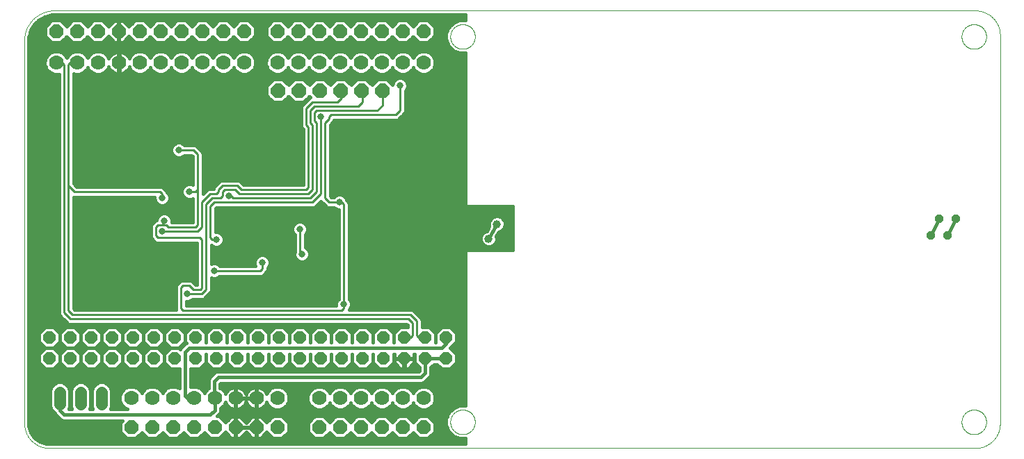
<source format=gbl>
G75*
%MOIN*%
%OFA0B0*%
%FSLAX25Y25*%
%IPPOS*%
%LPD*%
%AMOC8*
5,1,8,0,0,1.08239X$1,22.5*
%
%ADD10C,0.00000*%
%ADD11OC8,0.06600*%
%ADD12C,0.07000*%
%ADD13OC8,0.07000*%
%ADD14C,0.05600*%
%ADD15OC8,0.06000*%
%ADD16C,0.03181*%
%ADD17C,0.01000*%
%ADD18C,0.01600*%
%ADD19C,0.03969*%
%ADD20C,0.03575*%
%ADD21OC8,0.03969*%
D10*
X0063780Y0019811D02*
X0063780Y0204189D01*
X0063796Y0204540D01*
X0063822Y0204891D01*
X0063855Y0205240D01*
X0063898Y0205589D01*
X0063949Y0205937D01*
X0064008Y0206283D01*
X0064076Y0206628D01*
X0064152Y0206971D01*
X0064237Y0207312D01*
X0064330Y0207651D01*
X0064432Y0207988D01*
X0064541Y0208322D01*
X0064659Y0208653D01*
X0064785Y0208981D01*
X0064919Y0209306D01*
X0065060Y0209628D01*
X0065210Y0209946D01*
X0065368Y0210260D01*
X0065533Y0210570D01*
X0065705Y0210876D01*
X0065885Y0211178D01*
X0066073Y0211475D01*
X0066268Y0211768D01*
X0066469Y0212056D01*
X0066678Y0212338D01*
X0066894Y0212616D01*
X0067116Y0212888D01*
X0067345Y0213154D01*
X0067581Y0213415D01*
X0067823Y0213670D01*
X0068071Y0213919D01*
X0068325Y0214162D01*
X0068585Y0214399D01*
X0068851Y0214629D01*
X0069122Y0214852D01*
X0069399Y0215069D01*
X0069680Y0215279D01*
X0069967Y0215482D01*
X0070259Y0215678D01*
X0070556Y0215866D01*
X0070857Y0216047D01*
X0071162Y0216221D01*
X0071472Y0216388D01*
X0071786Y0216546D01*
X0072103Y0216697D01*
X0072424Y0216840D01*
X0072749Y0216975D01*
X0073076Y0217102D01*
X0073407Y0217221D01*
X0073740Y0217332D01*
X0074077Y0217435D01*
X0074415Y0217529D01*
X0074756Y0217615D01*
X0075099Y0217693D01*
X0075443Y0217762D01*
X0075789Y0217823D01*
X0076137Y0217875D01*
X0076486Y0217919D01*
X0076835Y0217954D01*
X0077186Y0217980D01*
X0077537Y0217998D01*
X0077888Y0218008D01*
X0078240Y0218008D01*
X0078591Y0218000D01*
X0519409Y0218000D01*
X0531280Y0206189D02*
X0531280Y0019811D01*
X0531279Y0019811D02*
X0531275Y0019525D01*
X0531264Y0019239D01*
X0531246Y0018953D01*
X0531221Y0018668D01*
X0531189Y0018384D01*
X0531151Y0018100D01*
X0531105Y0017818D01*
X0531053Y0017537D01*
X0530994Y0017257D01*
X0530928Y0016978D01*
X0530855Y0016701D01*
X0530776Y0016426D01*
X0530690Y0016153D01*
X0530598Y0015883D01*
X0530499Y0015614D01*
X0530394Y0015348D01*
X0530282Y0015085D01*
X0530164Y0014824D01*
X0530040Y0014566D01*
X0529909Y0014312D01*
X0529772Y0014060D01*
X0529630Y0013812D01*
X0529481Y0013568D01*
X0529327Y0013327D01*
X0529166Y0013090D01*
X0529000Y0012857D01*
X0528829Y0012628D01*
X0528652Y0012403D01*
X0528469Y0012183D01*
X0528282Y0011967D01*
X0528089Y0011755D01*
X0527891Y0011549D01*
X0527688Y0011347D01*
X0527481Y0011150D01*
X0527268Y0010958D01*
X0527051Y0010771D01*
X0526830Y0010590D01*
X0526604Y0010414D01*
X0526374Y0010244D01*
X0526140Y0010079D01*
X0525903Y0009920D01*
X0525661Y0009767D01*
X0525416Y0009619D01*
X0525167Y0009478D01*
X0524915Y0009342D01*
X0524660Y0009213D01*
X0524401Y0009090D01*
X0524140Y0008973D01*
X0523876Y0008863D01*
X0523610Y0008759D01*
X0523341Y0008661D01*
X0523069Y0008570D01*
X0522796Y0008486D01*
X0522521Y0008408D01*
X0522244Y0008337D01*
X0521965Y0008273D01*
X0521685Y0008215D01*
X0521403Y0008164D01*
X0521120Y0008120D01*
X0520837Y0008083D01*
X0520552Y0008052D01*
X0520267Y0008029D01*
X0519981Y0008012D01*
X0519695Y0008003D01*
X0519409Y0008000D01*
X0075591Y0008000D01*
X0075306Y0008003D01*
X0075020Y0008014D01*
X0074735Y0008031D01*
X0074451Y0008055D01*
X0074167Y0008086D01*
X0073884Y0008124D01*
X0073603Y0008169D01*
X0073322Y0008220D01*
X0073042Y0008278D01*
X0072764Y0008343D01*
X0072488Y0008415D01*
X0072214Y0008493D01*
X0071941Y0008578D01*
X0071671Y0008670D01*
X0071403Y0008768D01*
X0071137Y0008872D01*
X0070874Y0008983D01*
X0070614Y0009100D01*
X0070356Y0009223D01*
X0070102Y0009353D01*
X0069851Y0009489D01*
X0069603Y0009630D01*
X0069359Y0009778D01*
X0069118Y0009931D01*
X0068882Y0010091D01*
X0068649Y0010256D01*
X0068420Y0010426D01*
X0068195Y0010602D01*
X0067975Y0010784D01*
X0067759Y0010970D01*
X0067548Y0011162D01*
X0067341Y0011359D01*
X0067139Y0011561D01*
X0066942Y0011768D01*
X0066750Y0011979D01*
X0066564Y0012195D01*
X0066382Y0012415D01*
X0066206Y0012640D01*
X0066036Y0012869D01*
X0065871Y0013102D01*
X0065711Y0013338D01*
X0065558Y0013579D01*
X0065410Y0013823D01*
X0065269Y0014071D01*
X0065133Y0014322D01*
X0065003Y0014576D01*
X0064880Y0014834D01*
X0064763Y0015094D01*
X0064652Y0015357D01*
X0064548Y0015623D01*
X0064450Y0015891D01*
X0064358Y0016161D01*
X0064273Y0016434D01*
X0064195Y0016708D01*
X0064123Y0016984D01*
X0064058Y0017262D01*
X0064000Y0017542D01*
X0063949Y0017823D01*
X0063904Y0018104D01*
X0063866Y0018387D01*
X0063835Y0018671D01*
X0063811Y0018955D01*
X0063794Y0019240D01*
X0063783Y0019526D01*
X0063780Y0019811D01*
X0267874Y0020500D02*
X0267876Y0020653D01*
X0267882Y0020807D01*
X0267892Y0020960D01*
X0267906Y0021112D01*
X0267924Y0021265D01*
X0267946Y0021416D01*
X0267971Y0021567D01*
X0268001Y0021718D01*
X0268035Y0021868D01*
X0268072Y0022016D01*
X0268113Y0022164D01*
X0268158Y0022310D01*
X0268207Y0022456D01*
X0268260Y0022600D01*
X0268316Y0022742D01*
X0268376Y0022883D01*
X0268440Y0023023D01*
X0268507Y0023161D01*
X0268578Y0023297D01*
X0268653Y0023431D01*
X0268730Y0023563D01*
X0268812Y0023693D01*
X0268896Y0023821D01*
X0268984Y0023947D01*
X0269075Y0024070D01*
X0269169Y0024191D01*
X0269267Y0024309D01*
X0269367Y0024425D01*
X0269471Y0024538D01*
X0269577Y0024649D01*
X0269686Y0024757D01*
X0269798Y0024862D01*
X0269912Y0024963D01*
X0270030Y0025062D01*
X0270149Y0025158D01*
X0270271Y0025251D01*
X0270396Y0025340D01*
X0270523Y0025427D01*
X0270652Y0025509D01*
X0270783Y0025589D01*
X0270916Y0025665D01*
X0271051Y0025738D01*
X0271188Y0025807D01*
X0271327Y0025872D01*
X0271467Y0025934D01*
X0271609Y0025992D01*
X0271752Y0026047D01*
X0271897Y0026098D01*
X0272043Y0026145D01*
X0272190Y0026188D01*
X0272338Y0026227D01*
X0272487Y0026263D01*
X0272637Y0026294D01*
X0272788Y0026322D01*
X0272939Y0026346D01*
X0273092Y0026366D01*
X0273244Y0026382D01*
X0273397Y0026394D01*
X0273550Y0026402D01*
X0273703Y0026406D01*
X0273857Y0026406D01*
X0274010Y0026402D01*
X0274163Y0026394D01*
X0274316Y0026382D01*
X0274468Y0026366D01*
X0274621Y0026346D01*
X0274772Y0026322D01*
X0274923Y0026294D01*
X0275073Y0026263D01*
X0275222Y0026227D01*
X0275370Y0026188D01*
X0275517Y0026145D01*
X0275663Y0026098D01*
X0275808Y0026047D01*
X0275951Y0025992D01*
X0276093Y0025934D01*
X0276233Y0025872D01*
X0276372Y0025807D01*
X0276509Y0025738D01*
X0276644Y0025665D01*
X0276777Y0025589D01*
X0276908Y0025509D01*
X0277037Y0025427D01*
X0277164Y0025340D01*
X0277289Y0025251D01*
X0277411Y0025158D01*
X0277530Y0025062D01*
X0277648Y0024963D01*
X0277762Y0024862D01*
X0277874Y0024757D01*
X0277983Y0024649D01*
X0278089Y0024538D01*
X0278193Y0024425D01*
X0278293Y0024309D01*
X0278391Y0024191D01*
X0278485Y0024070D01*
X0278576Y0023947D01*
X0278664Y0023821D01*
X0278748Y0023693D01*
X0278830Y0023563D01*
X0278907Y0023431D01*
X0278982Y0023297D01*
X0279053Y0023161D01*
X0279120Y0023023D01*
X0279184Y0022883D01*
X0279244Y0022742D01*
X0279300Y0022600D01*
X0279353Y0022456D01*
X0279402Y0022310D01*
X0279447Y0022164D01*
X0279488Y0022016D01*
X0279525Y0021868D01*
X0279559Y0021718D01*
X0279589Y0021567D01*
X0279614Y0021416D01*
X0279636Y0021265D01*
X0279654Y0021112D01*
X0279668Y0020960D01*
X0279678Y0020807D01*
X0279684Y0020653D01*
X0279686Y0020500D01*
X0279684Y0020347D01*
X0279678Y0020193D01*
X0279668Y0020040D01*
X0279654Y0019888D01*
X0279636Y0019735D01*
X0279614Y0019584D01*
X0279589Y0019433D01*
X0279559Y0019282D01*
X0279525Y0019132D01*
X0279488Y0018984D01*
X0279447Y0018836D01*
X0279402Y0018690D01*
X0279353Y0018544D01*
X0279300Y0018400D01*
X0279244Y0018258D01*
X0279184Y0018117D01*
X0279120Y0017977D01*
X0279053Y0017839D01*
X0278982Y0017703D01*
X0278907Y0017569D01*
X0278830Y0017437D01*
X0278748Y0017307D01*
X0278664Y0017179D01*
X0278576Y0017053D01*
X0278485Y0016930D01*
X0278391Y0016809D01*
X0278293Y0016691D01*
X0278193Y0016575D01*
X0278089Y0016462D01*
X0277983Y0016351D01*
X0277874Y0016243D01*
X0277762Y0016138D01*
X0277648Y0016037D01*
X0277530Y0015938D01*
X0277411Y0015842D01*
X0277289Y0015749D01*
X0277164Y0015660D01*
X0277037Y0015573D01*
X0276908Y0015491D01*
X0276777Y0015411D01*
X0276644Y0015335D01*
X0276509Y0015262D01*
X0276372Y0015193D01*
X0276233Y0015128D01*
X0276093Y0015066D01*
X0275951Y0015008D01*
X0275808Y0014953D01*
X0275663Y0014902D01*
X0275517Y0014855D01*
X0275370Y0014812D01*
X0275222Y0014773D01*
X0275073Y0014737D01*
X0274923Y0014706D01*
X0274772Y0014678D01*
X0274621Y0014654D01*
X0274468Y0014634D01*
X0274316Y0014618D01*
X0274163Y0014606D01*
X0274010Y0014598D01*
X0273857Y0014594D01*
X0273703Y0014594D01*
X0273550Y0014598D01*
X0273397Y0014606D01*
X0273244Y0014618D01*
X0273092Y0014634D01*
X0272939Y0014654D01*
X0272788Y0014678D01*
X0272637Y0014706D01*
X0272487Y0014737D01*
X0272338Y0014773D01*
X0272190Y0014812D01*
X0272043Y0014855D01*
X0271897Y0014902D01*
X0271752Y0014953D01*
X0271609Y0015008D01*
X0271467Y0015066D01*
X0271327Y0015128D01*
X0271188Y0015193D01*
X0271051Y0015262D01*
X0270916Y0015335D01*
X0270783Y0015411D01*
X0270652Y0015491D01*
X0270523Y0015573D01*
X0270396Y0015660D01*
X0270271Y0015749D01*
X0270149Y0015842D01*
X0270030Y0015938D01*
X0269912Y0016037D01*
X0269798Y0016138D01*
X0269686Y0016243D01*
X0269577Y0016351D01*
X0269471Y0016462D01*
X0269367Y0016575D01*
X0269267Y0016691D01*
X0269169Y0016809D01*
X0269075Y0016930D01*
X0268984Y0017053D01*
X0268896Y0017179D01*
X0268812Y0017307D01*
X0268730Y0017437D01*
X0268653Y0017569D01*
X0268578Y0017703D01*
X0268507Y0017839D01*
X0268440Y0017977D01*
X0268376Y0018117D01*
X0268316Y0018258D01*
X0268260Y0018400D01*
X0268207Y0018544D01*
X0268158Y0018690D01*
X0268113Y0018836D01*
X0268072Y0018984D01*
X0268035Y0019132D01*
X0268001Y0019282D01*
X0267971Y0019433D01*
X0267946Y0019584D01*
X0267924Y0019735D01*
X0267906Y0019888D01*
X0267892Y0020040D01*
X0267882Y0020193D01*
X0267876Y0020347D01*
X0267874Y0020500D01*
X0512874Y0020500D02*
X0512876Y0020653D01*
X0512882Y0020807D01*
X0512892Y0020960D01*
X0512906Y0021112D01*
X0512924Y0021265D01*
X0512946Y0021416D01*
X0512971Y0021567D01*
X0513001Y0021718D01*
X0513035Y0021868D01*
X0513072Y0022016D01*
X0513113Y0022164D01*
X0513158Y0022310D01*
X0513207Y0022456D01*
X0513260Y0022600D01*
X0513316Y0022742D01*
X0513376Y0022883D01*
X0513440Y0023023D01*
X0513507Y0023161D01*
X0513578Y0023297D01*
X0513653Y0023431D01*
X0513730Y0023563D01*
X0513812Y0023693D01*
X0513896Y0023821D01*
X0513984Y0023947D01*
X0514075Y0024070D01*
X0514169Y0024191D01*
X0514267Y0024309D01*
X0514367Y0024425D01*
X0514471Y0024538D01*
X0514577Y0024649D01*
X0514686Y0024757D01*
X0514798Y0024862D01*
X0514912Y0024963D01*
X0515030Y0025062D01*
X0515149Y0025158D01*
X0515271Y0025251D01*
X0515396Y0025340D01*
X0515523Y0025427D01*
X0515652Y0025509D01*
X0515783Y0025589D01*
X0515916Y0025665D01*
X0516051Y0025738D01*
X0516188Y0025807D01*
X0516327Y0025872D01*
X0516467Y0025934D01*
X0516609Y0025992D01*
X0516752Y0026047D01*
X0516897Y0026098D01*
X0517043Y0026145D01*
X0517190Y0026188D01*
X0517338Y0026227D01*
X0517487Y0026263D01*
X0517637Y0026294D01*
X0517788Y0026322D01*
X0517939Y0026346D01*
X0518092Y0026366D01*
X0518244Y0026382D01*
X0518397Y0026394D01*
X0518550Y0026402D01*
X0518703Y0026406D01*
X0518857Y0026406D01*
X0519010Y0026402D01*
X0519163Y0026394D01*
X0519316Y0026382D01*
X0519468Y0026366D01*
X0519621Y0026346D01*
X0519772Y0026322D01*
X0519923Y0026294D01*
X0520073Y0026263D01*
X0520222Y0026227D01*
X0520370Y0026188D01*
X0520517Y0026145D01*
X0520663Y0026098D01*
X0520808Y0026047D01*
X0520951Y0025992D01*
X0521093Y0025934D01*
X0521233Y0025872D01*
X0521372Y0025807D01*
X0521509Y0025738D01*
X0521644Y0025665D01*
X0521777Y0025589D01*
X0521908Y0025509D01*
X0522037Y0025427D01*
X0522164Y0025340D01*
X0522289Y0025251D01*
X0522411Y0025158D01*
X0522530Y0025062D01*
X0522648Y0024963D01*
X0522762Y0024862D01*
X0522874Y0024757D01*
X0522983Y0024649D01*
X0523089Y0024538D01*
X0523193Y0024425D01*
X0523293Y0024309D01*
X0523391Y0024191D01*
X0523485Y0024070D01*
X0523576Y0023947D01*
X0523664Y0023821D01*
X0523748Y0023693D01*
X0523830Y0023563D01*
X0523907Y0023431D01*
X0523982Y0023297D01*
X0524053Y0023161D01*
X0524120Y0023023D01*
X0524184Y0022883D01*
X0524244Y0022742D01*
X0524300Y0022600D01*
X0524353Y0022456D01*
X0524402Y0022310D01*
X0524447Y0022164D01*
X0524488Y0022016D01*
X0524525Y0021868D01*
X0524559Y0021718D01*
X0524589Y0021567D01*
X0524614Y0021416D01*
X0524636Y0021265D01*
X0524654Y0021112D01*
X0524668Y0020960D01*
X0524678Y0020807D01*
X0524684Y0020653D01*
X0524686Y0020500D01*
X0524684Y0020347D01*
X0524678Y0020193D01*
X0524668Y0020040D01*
X0524654Y0019888D01*
X0524636Y0019735D01*
X0524614Y0019584D01*
X0524589Y0019433D01*
X0524559Y0019282D01*
X0524525Y0019132D01*
X0524488Y0018984D01*
X0524447Y0018836D01*
X0524402Y0018690D01*
X0524353Y0018544D01*
X0524300Y0018400D01*
X0524244Y0018258D01*
X0524184Y0018117D01*
X0524120Y0017977D01*
X0524053Y0017839D01*
X0523982Y0017703D01*
X0523907Y0017569D01*
X0523830Y0017437D01*
X0523748Y0017307D01*
X0523664Y0017179D01*
X0523576Y0017053D01*
X0523485Y0016930D01*
X0523391Y0016809D01*
X0523293Y0016691D01*
X0523193Y0016575D01*
X0523089Y0016462D01*
X0522983Y0016351D01*
X0522874Y0016243D01*
X0522762Y0016138D01*
X0522648Y0016037D01*
X0522530Y0015938D01*
X0522411Y0015842D01*
X0522289Y0015749D01*
X0522164Y0015660D01*
X0522037Y0015573D01*
X0521908Y0015491D01*
X0521777Y0015411D01*
X0521644Y0015335D01*
X0521509Y0015262D01*
X0521372Y0015193D01*
X0521233Y0015128D01*
X0521093Y0015066D01*
X0520951Y0015008D01*
X0520808Y0014953D01*
X0520663Y0014902D01*
X0520517Y0014855D01*
X0520370Y0014812D01*
X0520222Y0014773D01*
X0520073Y0014737D01*
X0519923Y0014706D01*
X0519772Y0014678D01*
X0519621Y0014654D01*
X0519468Y0014634D01*
X0519316Y0014618D01*
X0519163Y0014606D01*
X0519010Y0014598D01*
X0518857Y0014594D01*
X0518703Y0014594D01*
X0518550Y0014598D01*
X0518397Y0014606D01*
X0518244Y0014618D01*
X0518092Y0014634D01*
X0517939Y0014654D01*
X0517788Y0014678D01*
X0517637Y0014706D01*
X0517487Y0014737D01*
X0517338Y0014773D01*
X0517190Y0014812D01*
X0517043Y0014855D01*
X0516897Y0014902D01*
X0516752Y0014953D01*
X0516609Y0015008D01*
X0516467Y0015066D01*
X0516327Y0015128D01*
X0516188Y0015193D01*
X0516051Y0015262D01*
X0515916Y0015335D01*
X0515783Y0015411D01*
X0515652Y0015491D01*
X0515523Y0015573D01*
X0515396Y0015660D01*
X0515271Y0015749D01*
X0515149Y0015842D01*
X0515030Y0015938D01*
X0514912Y0016037D01*
X0514798Y0016138D01*
X0514686Y0016243D01*
X0514577Y0016351D01*
X0514471Y0016462D01*
X0514367Y0016575D01*
X0514267Y0016691D01*
X0514169Y0016809D01*
X0514075Y0016930D01*
X0513984Y0017053D01*
X0513896Y0017179D01*
X0513812Y0017307D01*
X0513730Y0017437D01*
X0513653Y0017569D01*
X0513578Y0017703D01*
X0513507Y0017839D01*
X0513440Y0017977D01*
X0513376Y0018117D01*
X0513316Y0018258D01*
X0513260Y0018400D01*
X0513207Y0018544D01*
X0513158Y0018690D01*
X0513113Y0018836D01*
X0513072Y0018984D01*
X0513035Y0019132D01*
X0513001Y0019282D01*
X0512971Y0019433D01*
X0512946Y0019584D01*
X0512924Y0019735D01*
X0512906Y0019888D01*
X0512892Y0020040D01*
X0512882Y0020193D01*
X0512876Y0020347D01*
X0512874Y0020500D01*
X0512874Y0205500D02*
X0512876Y0205653D01*
X0512882Y0205807D01*
X0512892Y0205960D01*
X0512906Y0206112D01*
X0512924Y0206265D01*
X0512946Y0206416D01*
X0512971Y0206567D01*
X0513001Y0206718D01*
X0513035Y0206868D01*
X0513072Y0207016D01*
X0513113Y0207164D01*
X0513158Y0207310D01*
X0513207Y0207456D01*
X0513260Y0207600D01*
X0513316Y0207742D01*
X0513376Y0207883D01*
X0513440Y0208023D01*
X0513507Y0208161D01*
X0513578Y0208297D01*
X0513653Y0208431D01*
X0513730Y0208563D01*
X0513812Y0208693D01*
X0513896Y0208821D01*
X0513984Y0208947D01*
X0514075Y0209070D01*
X0514169Y0209191D01*
X0514267Y0209309D01*
X0514367Y0209425D01*
X0514471Y0209538D01*
X0514577Y0209649D01*
X0514686Y0209757D01*
X0514798Y0209862D01*
X0514912Y0209963D01*
X0515030Y0210062D01*
X0515149Y0210158D01*
X0515271Y0210251D01*
X0515396Y0210340D01*
X0515523Y0210427D01*
X0515652Y0210509D01*
X0515783Y0210589D01*
X0515916Y0210665D01*
X0516051Y0210738D01*
X0516188Y0210807D01*
X0516327Y0210872D01*
X0516467Y0210934D01*
X0516609Y0210992D01*
X0516752Y0211047D01*
X0516897Y0211098D01*
X0517043Y0211145D01*
X0517190Y0211188D01*
X0517338Y0211227D01*
X0517487Y0211263D01*
X0517637Y0211294D01*
X0517788Y0211322D01*
X0517939Y0211346D01*
X0518092Y0211366D01*
X0518244Y0211382D01*
X0518397Y0211394D01*
X0518550Y0211402D01*
X0518703Y0211406D01*
X0518857Y0211406D01*
X0519010Y0211402D01*
X0519163Y0211394D01*
X0519316Y0211382D01*
X0519468Y0211366D01*
X0519621Y0211346D01*
X0519772Y0211322D01*
X0519923Y0211294D01*
X0520073Y0211263D01*
X0520222Y0211227D01*
X0520370Y0211188D01*
X0520517Y0211145D01*
X0520663Y0211098D01*
X0520808Y0211047D01*
X0520951Y0210992D01*
X0521093Y0210934D01*
X0521233Y0210872D01*
X0521372Y0210807D01*
X0521509Y0210738D01*
X0521644Y0210665D01*
X0521777Y0210589D01*
X0521908Y0210509D01*
X0522037Y0210427D01*
X0522164Y0210340D01*
X0522289Y0210251D01*
X0522411Y0210158D01*
X0522530Y0210062D01*
X0522648Y0209963D01*
X0522762Y0209862D01*
X0522874Y0209757D01*
X0522983Y0209649D01*
X0523089Y0209538D01*
X0523193Y0209425D01*
X0523293Y0209309D01*
X0523391Y0209191D01*
X0523485Y0209070D01*
X0523576Y0208947D01*
X0523664Y0208821D01*
X0523748Y0208693D01*
X0523830Y0208563D01*
X0523907Y0208431D01*
X0523982Y0208297D01*
X0524053Y0208161D01*
X0524120Y0208023D01*
X0524184Y0207883D01*
X0524244Y0207742D01*
X0524300Y0207600D01*
X0524353Y0207456D01*
X0524402Y0207310D01*
X0524447Y0207164D01*
X0524488Y0207016D01*
X0524525Y0206868D01*
X0524559Y0206718D01*
X0524589Y0206567D01*
X0524614Y0206416D01*
X0524636Y0206265D01*
X0524654Y0206112D01*
X0524668Y0205960D01*
X0524678Y0205807D01*
X0524684Y0205653D01*
X0524686Y0205500D01*
X0524684Y0205347D01*
X0524678Y0205193D01*
X0524668Y0205040D01*
X0524654Y0204888D01*
X0524636Y0204735D01*
X0524614Y0204584D01*
X0524589Y0204433D01*
X0524559Y0204282D01*
X0524525Y0204132D01*
X0524488Y0203984D01*
X0524447Y0203836D01*
X0524402Y0203690D01*
X0524353Y0203544D01*
X0524300Y0203400D01*
X0524244Y0203258D01*
X0524184Y0203117D01*
X0524120Y0202977D01*
X0524053Y0202839D01*
X0523982Y0202703D01*
X0523907Y0202569D01*
X0523830Y0202437D01*
X0523748Y0202307D01*
X0523664Y0202179D01*
X0523576Y0202053D01*
X0523485Y0201930D01*
X0523391Y0201809D01*
X0523293Y0201691D01*
X0523193Y0201575D01*
X0523089Y0201462D01*
X0522983Y0201351D01*
X0522874Y0201243D01*
X0522762Y0201138D01*
X0522648Y0201037D01*
X0522530Y0200938D01*
X0522411Y0200842D01*
X0522289Y0200749D01*
X0522164Y0200660D01*
X0522037Y0200573D01*
X0521908Y0200491D01*
X0521777Y0200411D01*
X0521644Y0200335D01*
X0521509Y0200262D01*
X0521372Y0200193D01*
X0521233Y0200128D01*
X0521093Y0200066D01*
X0520951Y0200008D01*
X0520808Y0199953D01*
X0520663Y0199902D01*
X0520517Y0199855D01*
X0520370Y0199812D01*
X0520222Y0199773D01*
X0520073Y0199737D01*
X0519923Y0199706D01*
X0519772Y0199678D01*
X0519621Y0199654D01*
X0519468Y0199634D01*
X0519316Y0199618D01*
X0519163Y0199606D01*
X0519010Y0199598D01*
X0518857Y0199594D01*
X0518703Y0199594D01*
X0518550Y0199598D01*
X0518397Y0199606D01*
X0518244Y0199618D01*
X0518092Y0199634D01*
X0517939Y0199654D01*
X0517788Y0199678D01*
X0517637Y0199706D01*
X0517487Y0199737D01*
X0517338Y0199773D01*
X0517190Y0199812D01*
X0517043Y0199855D01*
X0516897Y0199902D01*
X0516752Y0199953D01*
X0516609Y0200008D01*
X0516467Y0200066D01*
X0516327Y0200128D01*
X0516188Y0200193D01*
X0516051Y0200262D01*
X0515916Y0200335D01*
X0515783Y0200411D01*
X0515652Y0200491D01*
X0515523Y0200573D01*
X0515396Y0200660D01*
X0515271Y0200749D01*
X0515149Y0200842D01*
X0515030Y0200938D01*
X0514912Y0201037D01*
X0514798Y0201138D01*
X0514686Y0201243D01*
X0514577Y0201351D01*
X0514471Y0201462D01*
X0514367Y0201575D01*
X0514267Y0201691D01*
X0514169Y0201809D01*
X0514075Y0201930D01*
X0513984Y0202053D01*
X0513896Y0202179D01*
X0513812Y0202307D01*
X0513730Y0202437D01*
X0513653Y0202569D01*
X0513578Y0202703D01*
X0513507Y0202839D01*
X0513440Y0202977D01*
X0513376Y0203117D01*
X0513316Y0203258D01*
X0513260Y0203400D01*
X0513207Y0203544D01*
X0513158Y0203690D01*
X0513113Y0203836D01*
X0513072Y0203984D01*
X0513035Y0204132D01*
X0513001Y0204282D01*
X0512971Y0204433D01*
X0512946Y0204584D01*
X0512924Y0204735D01*
X0512906Y0204888D01*
X0512892Y0205040D01*
X0512882Y0205193D01*
X0512876Y0205347D01*
X0512874Y0205500D01*
X0519409Y0218000D02*
X0519695Y0217997D01*
X0519981Y0217988D01*
X0520267Y0217971D01*
X0520552Y0217948D01*
X0520837Y0217917D01*
X0521120Y0217880D01*
X0521403Y0217836D01*
X0521685Y0217785D01*
X0521965Y0217727D01*
X0522244Y0217663D01*
X0522521Y0217592D01*
X0522796Y0217514D01*
X0523069Y0217430D01*
X0523341Y0217339D01*
X0523610Y0217241D01*
X0523876Y0217137D01*
X0524140Y0217027D01*
X0524401Y0216910D01*
X0524660Y0216787D01*
X0524915Y0216658D01*
X0525167Y0216522D01*
X0525416Y0216381D01*
X0525661Y0216233D01*
X0525903Y0216080D01*
X0526140Y0215921D01*
X0526374Y0215756D01*
X0526604Y0215586D01*
X0526830Y0215410D01*
X0527051Y0215229D01*
X0527268Y0215042D01*
X0527481Y0214850D01*
X0527688Y0214653D01*
X0527891Y0214451D01*
X0528089Y0214245D01*
X0528282Y0214033D01*
X0528469Y0213817D01*
X0528652Y0213597D01*
X0528829Y0213372D01*
X0529000Y0213143D01*
X0529166Y0212910D01*
X0529327Y0212673D01*
X0529481Y0212432D01*
X0529630Y0212188D01*
X0529772Y0211940D01*
X0529909Y0211688D01*
X0530040Y0211434D01*
X0530164Y0211176D01*
X0530282Y0210915D01*
X0530394Y0210652D01*
X0530499Y0210386D01*
X0530598Y0210117D01*
X0530690Y0209847D01*
X0530776Y0209574D01*
X0530855Y0209299D01*
X0530928Y0209022D01*
X0530994Y0208743D01*
X0531053Y0208463D01*
X0531105Y0208182D01*
X0531151Y0207900D01*
X0531189Y0207616D01*
X0531221Y0207332D01*
X0531246Y0207047D01*
X0531264Y0206761D01*
X0531275Y0206475D01*
X0531279Y0206189D01*
X0267874Y0205500D02*
X0267876Y0205653D01*
X0267882Y0205807D01*
X0267892Y0205960D01*
X0267906Y0206112D01*
X0267924Y0206265D01*
X0267946Y0206416D01*
X0267971Y0206567D01*
X0268001Y0206718D01*
X0268035Y0206868D01*
X0268072Y0207016D01*
X0268113Y0207164D01*
X0268158Y0207310D01*
X0268207Y0207456D01*
X0268260Y0207600D01*
X0268316Y0207742D01*
X0268376Y0207883D01*
X0268440Y0208023D01*
X0268507Y0208161D01*
X0268578Y0208297D01*
X0268653Y0208431D01*
X0268730Y0208563D01*
X0268812Y0208693D01*
X0268896Y0208821D01*
X0268984Y0208947D01*
X0269075Y0209070D01*
X0269169Y0209191D01*
X0269267Y0209309D01*
X0269367Y0209425D01*
X0269471Y0209538D01*
X0269577Y0209649D01*
X0269686Y0209757D01*
X0269798Y0209862D01*
X0269912Y0209963D01*
X0270030Y0210062D01*
X0270149Y0210158D01*
X0270271Y0210251D01*
X0270396Y0210340D01*
X0270523Y0210427D01*
X0270652Y0210509D01*
X0270783Y0210589D01*
X0270916Y0210665D01*
X0271051Y0210738D01*
X0271188Y0210807D01*
X0271327Y0210872D01*
X0271467Y0210934D01*
X0271609Y0210992D01*
X0271752Y0211047D01*
X0271897Y0211098D01*
X0272043Y0211145D01*
X0272190Y0211188D01*
X0272338Y0211227D01*
X0272487Y0211263D01*
X0272637Y0211294D01*
X0272788Y0211322D01*
X0272939Y0211346D01*
X0273092Y0211366D01*
X0273244Y0211382D01*
X0273397Y0211394D01*
X0273550Y0211402D01*
X0273703Y0211406D01*
X0273857Y0211406D01*
X0274010Y0211402D01*
X0274163Y0211394D01*
X0274316Y0211382D01*
X0274468Y0211366D01*
X0274621Y0211346D01*
X0274772Y0211322D01*
X0274923Y0211294D01*
X0275073Y0211263D01*
X0275222Y0211227D01*
X0275370Y0211188D01*
X0275517Y0211145D01*
X0275663Y0211098D01*
X0275808Y0211047D01*
X0275951Y0210992D01*
X0276093Y0210934D01*
X0276233Y0210872D01*
X0276372Y0210807D01*
X0276509Y0210738D01*
X0276644Y0210665D01*
X0276777Y0210589D01*
X0276908Y0210509D01*
X0277037Y0210427D01*
X0277164Y0210340D01*
X0277289Y0210251D01*
X0277411Y0210158D01*
X0277530Y0210062D01*
X0277648Y0209963D01*
X0277762Y0209862D01*
X0277874Y0209757D01*
X0277983Y0209649D01*
X0278089Y0209538D01*
X0278193Y0209425D01*
X0278293Y0209309D01*
X0278391Y0209191D01*
X0278485Y0209070D01*
X0278576Y0208947D01*
X0278664Y0208821D01*
X0278748Y0208693D01*
X0278830Y0208563D01*
X0278907Y0208431D01*
X0278982Y0208297D01*
X0279053Y0208161D01*
X0279120Y0208023D01*
X0279184Y0207883D01*
X0279244Y0207742D01*
X0279300Y0207600D01*
X0279353Y0207456D01*
X0279402Y0207310D01*
X0279447Y0207164D01*
X0279488Y0207016D01*
X0279525Y0206868D01*
X0279559Y0206718D01*
X0279589Y0206567D01*
X0279614Y0206416D01*
X0279636Y0206265D01*
X0279654Y0206112D01*
X0279668Y0205960D01*
X0279678Y0205807D01*
X0279684Y0205653D01*
X0279686Y0205500D01*
X0279684Y0205347D01*
X0279678Y0205193D01*
X0279668Y0205040D01*
X0279654Y0204888D01*
X0279636Y0204735D01*
X0279614Y0204584D01*
X0279589Y0204433D01*
X0279559Y0204282D01*
X0279525Y0204132D01*
X0279488Y0203984D01*
X0279447Y0203836D01*
X0279402Y0203690D01*
X0279353Y0203544D01*
X0279300Y0203400D01*
X0279244Y0203258D01*
X0279184Y0203117D01*
X0279120Y0202977D01*
X0279053Y0202839D01*
X0278982Y0202703D01*
X0278907Y0202569D01*
X0278830Y0202437D01*
X0278748Y0202307D01*
X0278664Y0202179D01*
X0278576Y0202053D01*
X0278485Y0201930D01*
X0278391Y0201809D01*
X0278293Y0201691D01*
X0278193Y0201575D01*
X0278089Y0201462D01*
X0277983Y0201351D01*
X0277874Y0201243D01*
X0277762Y0201138D01*
X0277648Y0201037D01*
X0277530Y0200938D01*
X0277411Y0200842D01*
X0277289Y0200749D01*
X0277164Y0200660D01*
X0277037Y0200573D01*
X0276908Y0200491D01*
X0276777Y0200411D01*
X0276644Y0200335D01*
X0276509Y0200262D01*
X0276372Y0200193D01*
X0276233Y0200128D01*
X0276093Y0200066D01*
X0275951Y0200008D01*
X0275808Y0199953D01*
X0275663Y0199902D01*
X0275517Y0199855D01*
X0275370Y0199812D01*
X0275222Y0199773D01*
X0275073Y0199737D01*
X0274923Y0199706D01*
X0274772Y0199678D01*
X0274621Y0199654D01*
X0274468Y0199634D01*
X0274316Y0199618D01*
X0274163Y0199606D01*
X0274010Y0199598D01*
X0273857Y0199594D01*
X0273703Y0199594D01*
X0273550Y0199598D01*
X0273397Y0199606D01*
X0273244Y0199618D01*
X0273092Y0199634D01*
X0272939Y0199654D01*
X0272788Y0199678D01*
X0272637Y0199706D01*
X0272487Y0199737D01*
X0272338Y0199773D01*
X0272190Y0199812D01*
X0272043Y0199855D01*
X0271897Y0199902D01*
X0271752Y0199953D01*
X0271609Y0200008D01*
X0271467Y0200066D01*
X0271327Y0200128D01*
X0271188Y0200193D01*
X0271051Y0200262D01*
X0270916Y0200335D01*
X0270783Y0200411D01*
X0270652Y0200491D01*
X0270523Y0200573D01*
X0270396Y0200660D01*
X0270271Y0200749D01*
X0270149Y0200842D01*
X0270030Y0200938D01*
X0269912Y0201037D01*
X0269798Y0201138D01*
X0269686Y0201243D01*
X0269577Y0201351D01*
X0269471Y0201462D01*
X0269367Y0201575D01*
X0269267Y0201691D01*
X0269169Y0201809D01*
X0269075Y0201930D01*
X0268984Y0202053D01*
X0268896Y0202179D01*
X0268812Y0202307D01*
X0268730Y0202437D01*
X0268653Y0202569D01*
X0268578Y0202703D01*
X0268507Y0202839D01*
X0268440Y0202977D01*
X0268376Y0203117D01*
X0268316Y0203258D01*
X0268260Y0203400D01*
X0268207Y0203544D01*
X0268158Y0203690D01*
X0268113Y0203836D01*
X0268072Y0203984D01*
X0268035Y0204132D01*
X0268001Y0204282D01*
X0267971Y0204433D01*
X0267946Y0204584D01*
X0267924Y0204735D01*
X0267906Y0204888D01*
X0267892Y0205040D01*
X0267882Y0205193D01*
X0267876Y0205347D01*
X0267874Y0205500D01*
D11*
X0255000Y0208000D03*
X0245000Y0208000D03*
X0235000Y0208000D03*
X0225000Y0208000D03*
X0215000Y0208000D03*
X0205000Y0208000D03*
X0195000Y0208000D03*
X0185000Y0208000D03*
X0169000Y0208000D03*
X0159000Y0208000D03*
X0149000Y0208000D03*
X0139000Y0208000D03*
X0129000Y0208000D03*
X0119000Y0208000D03*
X0109000Y0208000D03*
X0099000Y0208000D03*
X0089000Y0208000D03*
X0079000Y0208000D03*
X0115000Y0018000D03*
X0125000Y0018000D03*
X0135000Y0018000D03*
X0145000Y0018000D03*
X0155000Y0018000D03*
X0165000Y0018000D03*
X0175000Y0018000D03*
X0185000Y0018000D03*
X0205000Y0018000D03*
X0215000Y0018000D03*
X0225000Y0018000D03*
X0235000Y0018000D03*
X0245000Y0018000D03*
X0255000Y0018000D03*
D12*
X0255080Y0032000D03*
X0245080Y0032000D03*
X0235080Y0032000D03*
X0225080Y0032000D03*
X0215080Y0032000D03*
X0205080Y0032000D03*
X0184980Y0032000D03*
X0174980Y0032000D03*
X0164980Y0032000D03*
X0154980Y0032000D03*
X0144980Y0032000D03*
X0134980Y0032000D03*
X0124980Y0032000D03*
X0114980Y0032000D03*
X0119080Y0193000D03*
X0129080Y0193000D03*
X0139080Y0193000D03*
X0149080Y0193000D03*
X0159080Y0193000D03*
X0169080Y0193000D03*
X0185080Y0193000D03*
X0195080Y0193000D03*
X0205080Y0193000D03*
X0215080Y0193000D03*
X0225080Y0193000D03*
X0235080Y0193000D03*
X0245080Y0193000D03*
X0255080Y0193000D03*
X0109080Y0193000D03*
X0099080Y0193000D03*
X0089080Y0193000D03*
X0079080Y0193000D03*
D13*
X0185280Y0179500D03*
X0195280Y0179500D03*
X0205280Y0179500D03*
X0215280Y0179500D03*
X0225280Y0179500D03*
X0235280Y0179500D03*
D14*
X0100780Y0034800D02*
X0100780Y0029200D01*
X0090780Y0029200D02*
X0090780Y0034800D01*
X0080780Y0034800D02*
X0080780Y0029200D01*
D15*
X0085780Y0051000D03*
X0095780Y0051000D03*
X0105780Y0051000D03*
X0115780Y0051000D03*
X0125780Y0051000D03*
X0135780Y0051000D03*
X0145780Y0051000D03*
X0155780Y0051000D03*
X0165780Y0051000D03*
X0175780Y0051000D03*
X0185780Y0051000D03*
X0195780Y0051000D03*
X0205780Y0051000D03*
X0215780Y0051000D03*
X0225780Y0051000D03*
X0235780Y0051000D03*
X0245780Y0051000D03*
X0255780Y0051000D03*
X0265780Y0051000D03*
X0265780Y0061000D03*
X0255780Y0061000D03*
X0245780Y0061000D03*
X0235780Y0061000D03*
X0225780Y0061000D03*
X0215780Y0061000D03*
X0205780Y0061000D03*
X0195780Y0061000D03*
X0185780Y0061000D03*
X0175780Y0061000D03*
X0165780Y0061000D03*
X0155780Y0061000D03*
X0145780Y0061000D03*
X0135780Y0061000D03*
X0125780Y0061000D03*
X0115780Y0061000D03*
X0105780Y0061000D03*
X0095780Y0061000D03*
X0085780Y0061000D03*
X0075780Y0061000D03*
X0075780Y0051000D03*
D16*
X0141780Y0082000D03*
X0154780Y0093000D03*
X0177780Y0097000D03*
X0196780Y0101000D03*
X0195780Y0113000D03*
X0194780Y0121000D03*
X0214780Y0126000D03*
X0161780Y0129000D03*
X0142780Y0131000D03*
X0129780Y0128000D03*
X0130780Y0117000D03*
X0129780Y0112000D03*
X0155780Y0108000D03*
X0098780Y0109000D03*
X0137780Y0151000D03*
X0160780Y0162000D03*
X0205780Y0167000D03*
X0243780Y0182000D03*
X0216780Y0077000D03*
D17*
X0216780Y0075000D01*
X0215780Y0074000D01*
X0139780Y0074000D01*
X0138780Y0075000D01*
X0138780Y0085000D01*
X0139780Y0086000D01*
X0142780Y0086000D01*
X0144780Y0084000D01*
X0148147Y0084000D01*
X0148780Y0084632D01*
X0148780Y0108000D01*
X0147780Y0109000D01*
X0127780Y0109000D01*
X0126780Y0110000D01*
X0126780Y0114000D01*
X0127780Y0115000D01*
X0129780Y0115000D01*
X0131780Y0115000D01*
X0132780Y0114000D01*
X0145780Y0114000D01*
X0146780Y0115000D01*
X0146780Y0132000D01*
X0145780Y0131000D01*
X0142780Y0131000D01*
X0146780Y0132000D02*
X0146780Y0149000D01*
X0144780Y0151000D01*
X0137780Y0151000D01*
X0156780Y0132000D02*
X0158780Y0134000D01*
X0165780Y0134000D01*
X0167780Y0132000D01*
X0198780Y0132000D01*
X0199780Y0133000D01*
X0199780Y0162000D01*
X0198780Y0163000D01*
X0198780Y0171000D01*
X0201780Y0174000D01*
X0213780Y0174000D01*
X0215780Y0176000D01*
X0215780Y0179000D01*
X0215280Y0179500D01*
X0225280Y0179500D02*
X0225780Y0179000D01*
X0225780Y0174000D01*
X0223780Y0172000D01*
X0202780Y0172000D01*
X0200780Y0170000D01*
X0200780Y0164000D01*
X0201780Y0163000D01*
X0201780Y0132000D01*
X0199780Y0130000D01*
X0166780Y0130000D01*
X0164780Y0132000D01*
X0159780Y0132000D01*
X0158780Y0131000D01*
X0158780Y0129000D01*
X0157780Y0128000D01*
X0153780Y0128000D01*
X0150780Y0125000D01*
X0150780Y0084000D01*
X0148780Y0082000D01*
X0141780Y0082000D01*
X0154780Y0093000D02*
X0176780Y0093000D01*
X0177780Y0094000D01*
X0177780Y0097000D01*
X0177780Y0096000D01*
X0195780Y0102000D02*
X0196780Y0101000D01*
X0195780Y0102000D02*
X0195780Y0113000D01*
X0194780Y0121000D02*
X0193780Y0121000D01*
X0201780Y0126000D02*
X0205780Y0130000D01*
X0205780Y0167000D01*
X0207780Y0164000D02*
X0209780Y0166000D01*
X0209780Y0167000D01*
X0210780Y0168000D01*
X0241780Y0168000D01*
X0243780Y0170000D01*
X0243780Y0182000D01*
X0235280Y0179500D02*
X0235280Y0172500D01*
X0232780Y0170000D01*
X0203780Y0170000D01*
X0202780Y0169000D01*
X0202780Y0165000D01*
X0203780Y0164000D01*
X0203780Y0131000D01*
X0200780Y0128000D01*
X0163780Y0128000D01*
X0162780Y0129000D01*
X0161780Y0129000D01*
X0156780Y0131000D02*
X0156780Y0132000D01*
X0156780Y0131000D02*
X0155780Y0130000D01*
X0152780Y0130000D01*
X0148780Y0126000D01*
X0148780Y0114000D01*
X0146780Y0112000D01*
X0129780Y0112000D01*
X0129780Y0115000D02*
X0130780Y0116000D01*
X0130780Y0117000D01*
X0152780Y0124000D02*
X0152780Y0109000D01*
X0153780Y0108000D01*
X0155780Y0108000D01*
X0152780Y0124000D02*
X0154780Y0126000D01*
X0201780Y0126000D01*
X0207780Y0128000D02*
X0209780Y0126000D01*
X0214780Y0126000D01*
X0215780Y0126000D01*
X0216780Y0125000D01*
X0216780Y0077000D01*
X0247780Y0070000D02*
X0249780Y0068000D01*
X0249780Y0062000D01*
X0248780Y0061000D01*
X0245780Y0061000D01*
X0251780Y0062000D02*
X0252780Y0061000D01*
X0255780Y0061000D01*
X0251780Y0062000D02*
X0251780Y0069000D01*
X0248780Y0072000D01*
X0086780Y0072000D01*
X0084780Y0074000D01*
X0084780Y0134000D01*
X0087780Y0131000D01*
X0128780Y0131000D01*
X0129780Y0130000D01*
X0129780Y0128000D01*
X0084780Y0134000D02*
X0084780Y0192000D01*
X0085780Y0193000D01*
X0089080Y0193000D01*
X0082780Y0192000D02*
X0082780Y0073000D01*
X0085780Y0070000D01*
X0247780Y0070000D01*
X0238780Y0093000D02*
X0238780Y0094000D01*
X0238780Y0114000D02*
X0239780Y0114000D01*
X0207780Y0128000D02*
X0207780Y0164000D01*
X0222720Y0143000D02*
X0222780Y0143000D01*
X0238780Y0135000D02*
X0238780Y0134000D01*
X0290780Y0120000D02*
X0291780Y0120000D01*
X0292780Y0119000D01*
X0290780Y0120000D02*
X0294220Y0116559D01*
X0294220Y0114000D01*
X0082780Y0192000D02*
X0081780Y0193000D01*
X0078780Y0193000D01*
D18*
X0079080Y0193000D01*
X0073956Y0190996D02*
X0065780Y0190996D01*
X0065780Y0189398D02*
X0074904Y0189398D01*
X0074417Y0189884D02*
X0073580Y0191906D01*
X0073580Y0194094D01*
X0074417Y0196115D01*
X0075964Y0197663D01*
X0077985Y0198500D01*
X0080174Y0198500D01*
X0082195Y0197663D01*
X0083742Y0196115D01*
X0084080Y0195301D01*
X0084417Y0196115D01*
X0085964Y0197663D01*
X0087985Y0198500D01*
X0090174Y0198500D01*
X0092195Y0197663D01*
X0093742Y0196115D01*
X0094080Y0195301D01*
X0094417Y0196115D01*
X0095964Y0197663D01*
X0097985Y0198500D01*
X0100174Y0198500D01*
X0102195Y0197663D01*
X0103742Y0196115D01*
X0104180Y0195058D01*
X0104547Y0195778D01*
X0105037Y0196453D01*
X0105627Y0197043D01*
X0106302Y0197533D01*
X0107045Y0197912D01*
X0107838Y0198169D01*
X0108662Y0198300D01*
X0108895Y0198300D01*
X0108895Y0193184D01*
X0109264Y0193184D01*
X0109264Y0198300D01*
X0109497Y0198300D01*
X0110321Y0198169D01*
X0111114Y0197912D01*
X0111857Y0197533D01*
X0112532Y0197043D01*
X0113122Y0196453D01*
X0113612Y0195778D01*
X0113979Y0195058D01*
X0114417Y0196115D01*
X0115964Y0197663D01*
X0117985Y0198500D01*
X0120174Y0198500D01*
X0122195Y0197663D01*
X0123742Y0196115D01*
X0124080Y0195301D01*
X0124417Y0196115D01*
X0125964Y0197663D01*
X0127985Y0198500D01*
X0130174Y0198500D01*
X0132195Y0197663D01*
X0133742Y0196115D01*
X0134080Y0195301D01*
X0134417Y0196115D01*
X0135964Y0197663D01*
X0137985Y0198500D01*
X0140174Y0198500D01*
X0142195Y0197663D01*
X0143742Y0196115D01*
X0144080Y0195301D01*
X0144417Y0196115D01*
X0145964Y0197663D01*
X0147985Y0198500D01*
X0150174Y0198500D01*
X0152195Y0197663D01*
X0153742Y0196115D01*
X0154080Y0195301D01*
X0154417Y0196115D01*
X0155964Y0197663D01*
X0157985Y0198500D01*
X0160174Y0198500D01*
X0162195Y0197663D01*
X0163742Y0196115D01*
X0164080Y0195301D01*
X0164417Y0196115D01*
X0165964Y0197663D01*
X0167985Y0198500D01*
X0170174Y0198500D01*
X0172195Y0197663D01*
X0173742Y0196115D01*
X0174580Y0194094D01*
X0174580Y0191906D01*
X0173742Y0189884D01*
X0172195Y0188337D01*
X0170174Y0187500D01*
X0167985Y0187500D01*
X0165964Y0188337D01*
X0164417Y0189884D01*
X0164080Y0190699D01*
X0163742Y0189884D01*
X0162195Y0188337D01*
X0160174Y0187500D01*
X0157985Y0187500D01*
X0155964Y0188337D01*
X0154417Y0189884D01*
X0154080Y0190699D01*
X0153742Y0189884D01*
X0152195Y0188337D01*
X0150174Y0187500D01*
X0147985Y0187500D01*
X0145964Y0188337D01*
X0144417Y0189884D01*
X0144080Y0190699D01*
X0143742Y0189884D01*
X0142195Y0188337D01*
X0140174Y0187500D01*
X0137985Y0187500D01*
X0135964Y0188337D01*
X0134417Y0189884D01*
X0134080Y0190699D01*
X0133742Y0189884D01*
X0132195Y0188337D01*
X0130174Y0187500D01*
X0127985Y0187500D01*
X0125964Y0188337D01*
X0124417Y0189884D01*
X0124080Y0190699D01*
X0123742Y0189884D01*
X0122195Y0188337D01*
X0120174Y0187500D01*
X0117985Y0187500D01*
X0115964Y0188337D01*
X0114417Y0189884D01*
X0113979Y0190942D01*
X0113612Y0190222D01*
X0113122Y0189547D01*
X0112532Y0188957D01*
X0111857Y0188467D01*
X0111114Y0188088D01*
X0110321Y0187830D01*
X0109497Y0187700D01*
X0109264Y0187700D01*
X0109264Y0192816D01*
X0108895Y0192816D01*
X0108895Y0187700D01*
X0108662Y0187700D01*
X0107838Y0187830D01*
X0107045Y0188088D01*
X0106302Y0188467D01*
X0105627Y0188957D01*
X0105037Y0189547D01*
X0104547Y0190222D01*
X0104180Y0190942D01*
X0103742Y0189884D01*
X0102195Y0188337D01*
X0100174Y0187500D01*
X0097985Y0187500D01*
X0095964Y0188337D01*
X0094417Y0189884D01*
X0094080Y0190699D01*
X0093742Y0189884D01*
X0092195Y0188337D01*
X0090174Y0187500D01*
X0087985Y0187500D01*
X0087280Y0187792D01*
X0087280Y0135036D01*
X0088815Y0133500D01*
X0129277Y0133500D01*
X0130196Y0133119D01*
X0130899Y0132416D01*
X0131899Y0131416D01*
X0132223Y0130635D01*
X0132823Y0130034D01*
X0133370Y0128714D01*
X0133370Y0127286D01*
X0132823Y0125966D01*
X0131813Y0124956D01*
X0130494Y0124409D01*
X0129065Y0124409D01*
X0127746Y0124956D01*
X0126736Y0125966D01*
X0126189Y0127286D01*
X0126189Y0128500D01*
X0087282Y0128500D01*
X0087280Y0128501D01*
X0087280Y0075036D01*
X0087815Y0074500D01*
X0136281Y0074500D01*
X0136280Y0074503D01*
X0136280Y0085497D01*
X0136660Y0086416D01*
X0137363Y0087119D01*
X0138363Y0088119D01*
X0139282Y0088500D01*
X0143277Y0088500D01*
X0144196Y0088119D01*
X0145815Y0086500D01*
X0146280Y0086500D01*
X0146280Y0106500D01*
X0127282Y0106500D01*
X0126363Y0106881D01*
X0125363Y0107881D01*
X0124660Y0108584D01*
X0124280Y0109503D01*
X0124280Y0114497D01*
X0124660Y0115416D01*
X0125660Y0116416D01*
X0126363Y0117119D01*
X0127189Y0117461D01*
X0127189Y0117714D01*
X0127736Y0119034D01*
X0128746Y0120044D01*
X0130065Y0120591D01*
X0131494Y0120591D01*
X0132813Y0120044D01*
X0133823Y0119034D01*
X0134370Y0117714D01*
X0134370Y0116500D01*
X0144280Y0116500D01*
X0144280Y0127735D01*
X0143494Y0127409D01*
X0142065Y0127409D01*
X0140746Y0127956D01*
X0139736Y0128966D01*
X0139189Y0130286D01*
X0139189Y0131714D01*
X0139736Y0133034D01*
X0140746Y0134044D01*
X0142065Y0134591D01*
X0143494Y0134591D01*
X0144280Y0134265D01*
X0144280Y0147964D01*
X0143744Y0148500D01*
X0140357Y0148500D01*
X0139813Y0147956D01*
X0138494Y0147409D01*
X0137065Y0147409D01*
X0135746Y0147956D01*
X0134736Y0148966D01*
X0134189Y0150286D01*
X0134189Y0151714D01*
X0134736Y0153034D01*
X0135746Y0154044D01*
X0137065Y0154591D01*
X0138494Y0154591D01*
X0139813Y0154044D01*
X0140357Y0153500D01*
X0145277Y0153500D01*
X0146196Y0153119D01*
X0146899Y0152416D01*
X0148899Y0150416D01*
X0149280Y0149497D01*
X0149280Y0130036D01*
X0150660Y0131416D01*
X0151363Y0132119D01*
X0152282Y0132500D01*
X0154281Y0132500D01*
X0154660Y0133416D01*
X0156660Y0135416D01*
X0157363Y0136119D01*
X0158282Y0136500D01*
X0166277Y0136500D01*
X0167196Y0136119D01*
X0167899Y0135416D01*
X0167899Y0135416D01*
X0168815Y0134500D01*
X0197280Y0134500D01*
X0197280Y0160964D01*
X0196660Y0161584D01*
X0196280Y0162503D01*
X0196280Y0171497D01*
X0196660Y0172416D01*
X0199660Y0175416D01*
X0200363Y0176119D01*
X0200730Y0176271D01*
X0200280Y0176722D01*
X0197558Y0174000D01*
X0193001Y0174000D01*
X0190280Y0176722D01*
X0187558Y0174000D01*
X0183001Y0174000D01*
X0179780Y0177222D01*
X0179780Y0181778D01*
X0183001Y0185000D01*
X0187558Y0185000D01*
X0190280Y0182278D01*
X0193001Y0185000D01*
X0197558Y0185000D01*
X0200280Y0182278D01*
X0203001Y0185000D01*
X0207558Y0185000D01*
X0210280Y0182278D01*
X0213001Y0185000D01*
X0217558Y0185000D01*
X0220280Y0182278D01*
X0223001Y0185000D01*
X0227558Y0185000D01*
X0230280Y0182278D01*
X0233001Y0185000D01*
X0237558Y0185000D01*
X0240189Y0182369D01*
X0240189Y0182714D01*
X0240736Y0184034D01*
X0241746Y0185044D01*
X0243065Y0185591D01*
X0244494Y0185591D01*
X0245813Y0185044D01*
X0246823Y0184034D01*
X0247370Y0182714D01*
X0247370Y0181286D01*
X0246823Y0179966D01*
X0246280Y0179422D01*
X0246280Y0169503D01*
X0245899Y0168584D01*
X0245196Y0167881D01*
X0245196Y0167881D01*
X0243899Y0166584D01*
X0243899Y0166584D01*
X0243196Y0165881D01*
X0242277Y0165500D01*
X0212278Y0165500D01*
X0211899Y0164584D01*
X0210280Y0162964D01*
X0210280Y0129036D01*
X0210815Y0128500D01*
X0212202Y0128500D01*
X0212746Y0129044D01*
X0214065Y0129591D01*
X0215494Y0129591D01*
X0216813Y0129044D01*
X0217823Y0128034D01*
X0218207Y0127108D01*
X0218899Y0126416D01*
X0219280Y0125497D01*
X0219280Y0079578D01*
X0219823Y0079034D01*
X0220370Y0077714D01*
X0220370Y0076286D01*
X0219823Y0074966D01*
X0219357Y0074500D01*
X0249277Y0074500D01*
X0250196Y0074119D01*
X0253899Y0070416D01*
X0254280Y0069497D01*
X0254280Y0066000D01*
X0257851Y0066000D01*
X0260780Y0063071D01*
X0260780Y0058929D01*
X0260908Y0058800D01*
X0260651Y0058800D01*
X0260780Y0058929D01*
X0260780Y0063071D01*
X0263708Y0066000D01*
X0267851Y0066000D01*
X0270780Y0063071D01*
X0270780Y0058929D01*
X0267851Y0056000D01*
X0267739Y0056000D01*
X0267739Y0056000D01*
X0267851Y0056000D01*
X0270780Y0053071D01*
X0270780Y0048929D01*
X0267851Y0046000D01*
X0263708Y0046000D01*
X0261508Y0048200D01*
X0260051Y0048200D01*
X0258580Y0046729D01*
X0258580Y0043443D01*
X0258153Y0042414D01*
X0255366Y0039626D01*
X0254336Y0039200D01*
X0157939Y0039200D01*
X0157580Y0038840D01*
X0157580Y0036876D01*
X0158095Y0036663D01*
X0159642Y0035115D01*
X0160080Y0034058D01*
X0160447Y0034778D01*
X0160937Y0035453D01*
X0161527Y0036043D01*
X0162202Y0036533D01*
X0162945Y0036912D01*
X0163738Y0037169D01*
X0164562Y0037300D01*
X0164795Y0037300D01*
X0164795Y0032184D01*
X0165164Y0032184D01*
X0170280Y0032184D01*
X0174795Y0032184D01*
X0174795Y0031816D01*
X0165164Y0031816D01*
X0165164Y0032184D01*
X0165164Y0037300D01*
X0165397Y0037300D01*
X0166221Y0037169D01*
X0167014Y0036912D01*
X0167757Y0036533D01*
X0168432Y0036043D01*
X0169022Y0035453D01*
X0169512Y0034778D01*
X0169891Y0034034D01*
X0169980Y0033763D01*
X0170068Y0034034D01*
X0170447Y0034778D01*
X0170937Y0035453D01*
X0171527Y0036043D01*
X0172202Y0036533D01*
X0172945Y0036912D01*
X0173738Y0037169D01*
X0174562Y0037300D01*
X0174795Y0037300D01*
X0174795Y0032184D01*
X0175164Y0032184D01*
X0175164Y0037300D01*
X0175397Y0037300D01*
X0176221Y0037169D01*
X0177014Y0036912D01*
X0177757Y0036533D01*
X0178432Y0036043D01*
X0179022Y0035453D01*
X0179512Y0034778D01*
X0179879Y0034058D01*
X0180317Y0035115D01*
X0181864Y0036663D01*
X0183885Y0037500D01*
X0186074Y0037500D01*
X0188095Y0036663D01*
X0189642Y0035115D01*
X0190480Y0033094D01*
X0190480Y0030906D01*
X0189642Y0028884D01*
X0188095Y0027337D01*
X0186074Y0026500D01*
X0183885Y0026500D01*
X0181864Y0027337D01*
X0180317Y0028884D01*
X0179879Y0029942D01*
X0179512Y0029222D01*
X0179022Y0028547D01*
X0178432Y0027957D01*
X0177757Y0027467D01*
X0177014Y0027088D01*
X0176221Y0026830D01*
X0175397Y0026700D01*
X0175164Y0026700D01*
X0175164Y0031816D01*
X0174795Y0031816D01*
X0174795Y0026700D01*
X0174562Y0026700D01*
X0173738Y0026830D01*
X0172945Y0027088D01*
X0172202Y0027467D01*
X0171527Y0027957D01*
X0170937Y0028547D01*
X0170447Y0029222D01*
X0170068Y0029966D01*
X0169980Y0030237D01*
X0169891Y0029966D01*
X0169512Y0029222D01*
X0169022Y0028547D01*
X0168432Y0027957D01*
X0167757Y0027467D01*
X0167014Y0027088D01*
X0166221Y0026830D01*
X0165397Y0026700D01*
X0165164Y0026700D01*
X0165164Y0031816D01*
X0164795Y0031816D01*
X0164795Y0026700D01*
X0164562Y0026700D01*
X0163738Y0026830D01*
X0162945Y0027088D01*
X0162202Y0027467D01*
X0161527Y0027957D01*
X0160937Y0028547D01*
X0160447Y0029222D01*
X0160080Y0029942D01*
X0159642Y0028884D01*
X0158095Y0027337D01*
X0157780Y0027207D01*
X0157780Y0025643D01*
X0157353Y0024614D01*
X0156039Y0023300D01*
X0157195Y0023300D01*
X0160141Y0020354D01*
X0162888Y0023100D01*
X0164816Y0023100D01*
X0164816Y0018184D01*
X0165184Y0018184D01*
X0165184Y0023100D01*
X0167112Y0023100D01*
X0170000Y0020212D01*
X0172888Y0023100D01*
X0174816Y0023100D01*
X0174816Y0018184D01*
X0174816Y0017816D01*
X0175184Y0017816D01*
X0175184Y0012900D01*
X0177112Y0012900D01*
X0179859Y0015646D01*
X0182805Y0012700D01*
X0187195Y0012700D01*
X0190300Y0015805D01*
X0190300Y0020195D01*
X0187195Y0023300D01*
X0182805Y0023300D01*
X0179859Y0020354D01*
X0177112Y0023100D01*
X0175184Y0023100D01*
X0175184Y0018184D01*
X0174816Y0018184D01*
X0169900Y0018184D01*
X0165184Y0018184D01*
X0165184Y0017816D01*
X0165184Y0012900D01*
X0167112Y0012900D01*
X0170000Y0015788D01*
X0172888Y0012900D01*
X0174816Y0012900D01*
X0174816Y0017816D01*
X0165184Y0017816D01*
X0164816Y0017816D01*
X0164816Y0012900D01*
X0162888Y0012900D01*
X0160141Y0015646D01*
X0157195Y0012700D01*
X0152805Y0012700D01*
X0150000Y0015505D01*
X0147195Y0012700D01*
X0142805Y0012700D01*
X0140000Y0015505D01*
X0137195Y0012700D01*
X0132805Y0012700D01*
X0130000Y0015505D01*
X0127195Y0012700D01*
X0122805Y0012700D01*
X0120000Y0015505D01*
X0117195Y0012700D01*
X0112805Y0012700D01*
X0109700Y0015805D01*
X0109700Y0020195D01*
X0110705Y0021200D01*
X0082223Y0021200D01*
X0081193Y0021626D01*
X0079193Y0023626D01*
X0078406Y0024414D01*
X0078119Y0025107D01*
X0078061Y0025131D01*
X0076710Y0026481D01*
X0075980Y0028245D01*
X0075980Y0035755D01*
X0076710Y0037519D01*
X0078061Y0038869D01*
X0079825Y0039600D01*
X0081734Y0039600D01*
X0083498Y0038869D01*
X0084849Y0037519D01*
X0085580Y0035755D01*
X0085580Y0028245D01*
X0084981Y0026800D01*
X0086578Y0026800D01*
X0085980Y0028245D01*
X0085980Y0035755D01*
X0086710Y0037519D01*
X0088061Y0038869D01*
X0089825Y0039600D01*
X0091734Y0039600D01*
X0093498Y0038869D01*
X0094849Y0037519D01*
X0095580Y0035755D01*
X0095580Y0028245D01*
X0094981Y0026800D01*
X0096578Y0026800D01*
X0095980Y0028245D01*
X0095980Y0035755D01*
X0096710Y0037519D01*
X0098061Y0038869D01*
X0099825Y0039600D01*
X0101734Y0039600D01*
X0103498Y0038869D01*
X0104849Y0037519D01*
X0105580Y0035755D01*
X0105580Y0028245D01*
X0104981Y0026800D01*
X0113161Y0026800D01*
X0111864Y0027337D01*
X0110317Y0028884D01*
X0109480Y0030906D01*
X0109480Y0033094D01*
X0110317Y0035115D01*
X0111864Y0036663D01*
X0113885Y0037500D01*
X0116074Y0037500D01*
X0118095Y0036663D01*
X0119642Y0035115D01*
X0119980Y0034301D01*
X0120317Y0035115D01*
X0121864Y0036663D01*
X0123885Y0037500D01*
X0126074Y0037500D01*
X0128095Y0036663D01*
X0129642Y0035115D01*
X0129980Y0034301D01*
X0130317Y0035115D01*
X0131864Y0036663D01*
X0133885Y0037500D01*
X0136074Y0037500D01*
X0137980Y0036710D01*
X0137980Y0046129D01*
X0137851Y0046000D01*
X0133708Y0046000D01*
X0130780Y0048929D01*
X0130780Y0053071D01*
X0133708Y0056000D01*
X0137851Y0056000D01*
X0140780Y0058929D01*
X0141293Y0058415D01*
X0141193Y0058374D01*
X0139193Y0056374D01*
X0138406Y0055586D01*
X0138364Y0055486D01*
X0137851Y0056000D01*
X0133708Y0056000D01*
X0130780Y0058929D01*
X0130780Y0063071D01*
X0133708Y0066000D01*
X0137851Y0066000D01*
X0140780Y0063071D01*
X0140780Y0058929D01*
X0140780Y0063071D01*
X0143708Y0066000D01*
X0147851Y0066000D01*
X0150780Y0063071D01*
X0150780Y0058929D01*
X0150908Y0058800D01*
X0150651Y0058800D01*
X0150780Y0058929D01*
X0150780Y0063071D01*
X0153708Y0066000D01*
X0157851Y0066000D01*
X0160780Y0063071D01*
X0160780Y0058929D01*
X0160908Y0058800D01*
X0160651Y0058800D01*
X0160780Y0058929D01*
X0160780Y0063071D01*
X0163708Y0066000D01*
X0167851Y0066000D01*
X0170780Y0063071D01*
X0170780Y0058929D01*
X0170908Y0058800D01*
X0170651Y0058800D01*
X0170780Y0058929D01*
X0170780Y0063071D01*
X0173708Y0066000D01*
X0177851Y0066000D01*
X0180780Y0063071D01*
X0180780Y0058929D01*
X0180908Y0058800D01*
X0180651Y0058800D01*
X0180780Y0058929D01*
X0180780Y0063071D01*
X0183708Y0066000D01*
X0187851Y0066000D01*
X0190780Y0063071D01*
X0190780Y0058929D01*
X0190908Y0058800D01*
X0190651Y0058800D01*
X0190780Y0058929D01*
X0190780Y0063071D01*
X0193708Y0066000D01*
X0197851Y0066000D01*
X0200780Y0063071D01*
X0200780Y0058929D01*
X0200908Y0058800D01*
X0200651Y0058800D01*
X0200780Y0058929D01*
X0200780Y0063071D01*
X0203708Y0066000D01*
X0207851Y0066000D01*
X0210780Y0063071D01*
X0210780Y0058929D01*
X0210908Y0058800D01*
X0210651Y0058800D01*
X0210780Y0058929D01*
X0210780Y0063071D01*
X0213708Y0066000D01*
X0217851Y0066000D01*
X0220780Y0063071D01*
X0220780Y0058929D01*
X0220908Y0058800D01*
X0220651Y0058800D01*
X0220780Y0058929D01*
X0220780Y0063071D01*
X0223708Y0066000D01*
X0227851Y0066000D01*
X0230780Y0063071D01*
X0230780Y0058929D01*
X0230908Y0058800D01*
X0230651Y0058800D01*
X0230780Y0058929D01*
X0230780Y0063071D01*
X0233708Y0066000D01*
X0237851Y0066000D01*
X0240780Y0063071D01*
X0240780Y0058929D01*
X0240908Y0058800D01*
X0240651Y0058800D01*
X0240780Y0058929D01*
X0240780Y0063071D01*
X0243708Y0066000D01*
X0247280Y0066000D01*
X0247280Y0066964D01*
X0246744Y0067500D01*
X0085282Y0067500D01*
X0084363Y0067881D01*
X0083660Y0068584D01*
X0083660Y0068584D01*
X0081363Y0070881D01*
X0081363Y0070881D01*
X0080660Y0071584D01*
X0080280Y0072503D01*
X0080280Y0187544D01*
X0080174Y0187500D01*
X0077985Y0187500D01*
X0075964Y0188337D01*
X0074417Y0189884D01*
X0073580Y0192595D02*
X0065780Y0192595D01*
X0065780Y0194193D02*
X0073621Y0194193D01*
X0074283Y0195792D02*
X0065780Y0195792D01*
X0065780Y0197390D02*
X0075691Y0197390D01*
X0082468Y0197390D02*
X0085691Y0197390D01*
X0084283Y0195792D02*
X0083876Y0195792D01*
X0092468Y0197390D02*
X0095691Y0197390D01*
X0094283Y0195792D02*
X0093876Y0195792D01*
X0102468Y0197390D02*
X0106105Y0197390D01*
X0104557Y0195792D02*
X0103876Y0195792D01*
X0108895Y0195792D02*
X0109264Y0195792D01*
X0109264Y0197390D02*
X0108895Y0197390D01*
X0112054Y0197390D02*
X0115691Y0197390D01*
X0114283Y0195792D02*
X0113602Y0195792D01*
X0109264Y0194193D02*
X0108895Y0194193D01*
X0108895Y0192595D02*
X0109264Y0192595D01*
X0109264Y0190996D02*
X0108895Y0190996D01*
X0108895Y0189398D02*
X0109264Y0189398D01*
X0109264Y0187799D02*
X0108895Y0187799D01*
X0108037Y0187799D02*
X0100895Y0187799D01*
X0103255Y0189398D02*
X0105187Y0189398D01*
X0110122Y0187799D02*
X0117264Y0187799D01*
X0114904Y0189398D02*
X0112972Y0189398D01*
X0120895Y0187799D02*
X0127264Y0187799D01*
X0124904Y0189398D02*
X0123255Y0189398D01*
X0130895Y0187799D02*
X0137264Y0187799D01*
X0134904Y0189398D02*
X0133255Y0189398D01*
X0140895Y0187799D02*
X0147264Y0187799D01*
X0144904Y0189398D02*
X0143255Y0189398D01*
X0150895Y0187799D02*
X0157264Y0187799D01*
X0154904Y0189398D02*
X0153255Y0189398D01*
X0160895Y0187799D02*
X0167264Y0187799D01*
X0164904Y0189398D02*
X0163255Y0189398D01*
X0170895Y0187799D02*
X0183264Y0187799D01*
X0183985Y0187500D02*
X0186174Y0187500D01*
X0188195Y0188337D01*
X0189742Y0189884D01*
X0190080Y0190699D01*
X0190417Y0189884D01*
X0191964Y0188337D01*
X0193985Y0187500D01*
X0196174Y0187500D01*
X0198195Y0188337D01*
X0199742Y0189884D01*
X0200080Y0190699D01*
X0200417Y0189884D01*
X0201964Y0188337D01*
X0203985Y0187500D01*
X0206174Y0187500D01*
X0208195Y0188337D01*
X0209742Y0189884D01*
X0210080Y0190699D01*
X0210417Y0189884D01*
X0211964Y0188337D01*
X0213985Y0187500D01*
X0216174Y0187500D01*
X0218195Y0188337D01*
X0219742Y0189884D01*
X0220080Y0190699D01*
X0220417Y0189884D01*
X0221964Y0188337D01*
X0223985Y0187500D01*
X0226174Y0187500D01*
X0228195Y0188337D01*
X0229742Y0189884D01*
X0230080Y0190699D01*
X0230417Y0189884D01*
X0231964Y0188337D01*
X0233985Y0187500D01*
X0236174Y0187500D01*
X0238195Y0188337D01*
X0239742Y0189884D01*
X0240080Y0190699D01*
X0240417Y0189884D01*
X0241964Y0188337D01*
X0243985Y0187500D01*
X0246174Y0187500D01*
X0248195Y0188337D01*
X0249742Y0189884D01*
X0250080Y0190699D01*
X0250417Y0189884D01*
X0251964Y0188337D01*
X0253985Y0187500D01*
X0256174Y0187500D01*
X0258195Y0188337D01*
X0259742Y0189884D01*
X0260580Y0191906D01*
X0260580Y0194094D01*
X0259742Y0196115D01*
X0258195Y0197663D01*
X0256174Y0198500D01*
X0253985Y0198500D01*
X0251964Y0197663D01*
X0250417Y0196115D01*
X0250080Y0195301D01*
X0249742Y0196115D01*
X0248195Y0197663D01*
X0246174Y0198500D01*
X0243985Y0198500D01*
X0241964Y0197663D01*
X0240417Y0196115D01*
X0240080Y0195301D01*
X0239742Y0196115D01*
X0238195Y0197663D01*
X0236174Y0198500D01*
X0233985Y0198500D01*
X0231964Y0197663D01*
X0230417Y0196115D01*
X0230080Y0195301D01*
X0229742Y0196115D01*
X0228195Y0197663D01*
X0226174Y0198500D01*
X0223985Y0198500D01*
X0221964Y0197663D01*
X0220417Y0196115D01*
X0220080Y0195301D01*
X0219742Y0196115D01*
X0218195Y0197663D01*
X0216174Y0198500D01*
X0213985Y0198500D01*
X0211964Y0197663D01*
X0210417Y0196115D01*
X0210080Y0195301D01*
X0209742Y0196115D01*
X0208195Y0197663D01*
X0206174Y0198500D01*
X0203985Y0198500D01*
X0201964Y0197663D01*
X0200417Y0196115D01*
X0200080Y0195301D01*
X0199742Y0196115D01*
X0198195Y0197663D01*
X0196174Y0198500D01*
X0193985Y0198500D01*
X0191964Y0197663D01*
X0190417Y0196115D01*
X0190080Y0195301D01*
X0189742Y0196115D01*
X0188195Y0197663D01*
X0186174Y0198500D01*
X0183985Y0198500D01*
X0181964Y0197663D01*
X0180417Y0196115D01*
X0179580Y0194094D01*
X0179580Y0191906D01*
X0180417Y0189884D01*
X0181964Y0188337D01*
X0183985Y0187500D01*
X0186895Y0187799D02*
X0193264Y0187799D01*
X0190904Y0189398D02*
X0189255Y0189398D01*
X0196895Y0187799D02*
X0203264Y0187799D01*
X0200904Y0189398D02*
X0199255Y0189398D01*
X0206895Y0187799D02*
X0213264Y0187799D01*
X0210904Y0189398D02*
X0209255Y0189398D01*
X0216895Y0187799D02*
X0223264Y0187799D01*
X0220904Y0189398D02*
X0219255Y0189398D01*
X0226895Y0187799D02*
X0233264Y0187799D01*
X0230904Y0189398D02*
X0229255Y0189398D01*
X0236895Y0187799D02*
X0243264Y0187799D01*
X0240904Y0189398D02*
X0239255Y0189398D01*
X0237956Y0184602D02*
X0241304Y0184602D01*
X0240309Y0183003D02*
X0239554Y0183003D01*
X0246255Y0184602D02*
X0275220Y0184602D01*
X0275220Y0186201D02*
X0087280Y0186201D01*
X0087280Y0184602D02*
X0182603Y0184602D01*
X0181005Y0183003D02*
X0087280Y0183003D01*
X0087280Y0181405D02*
X0179780Y0181405D01*
X0179780Y0179806D02*
X0087280Y0179806D01*
X0087280Y0178208D02*
X0179780Y0178208D01*
X0180392Y0176609D02*
X0087280Y0176609D01*
X0087280Y0175011D02*
X0181990Y0175011D01*
X0188569Y0175011D02*
X0191990Y0175011D01*
X0190392Y0176609D02*
X0190167Y0176609D01*
X0196411Y0171814D02*
X0087280Y0171814D01*
X0087280Y0173412D02*
X0197656Y0173412D01*
X0198569Y0175011D02*
X0199255Y0175011D01*
X0200167Y0176609D02*
X0200392Y0176609D01*
X0201005Y0183003D02*
X0199554Y0183003D01*
X0197956Y0184602D02*
X0202603Y0184602D01*
X0207956Y0184602D02*
X0212603Y0184602D01*
X0211005Y0183003D02*
X0209554Y0183003D01*
X0217956Y0184602D02*
X0222603Y0184602D01*
X0221005Y0183003D02*
X0219554Y0183003D01*
X0227956Y0184602D02*
X0232603Y0184602D01*
X0231005Y0183003D02*
X0229554Y0183003D01*
X0246280Y0178208D02*
X0275220Y0178208D01*
X0275220Y0179806D02*
X0246664Y0179806D01*
X0247370Y0181405D02*
X0275220Y0181405D01*
X0275220Y0183003D02*
X0247250Y0183003D01*
X0246895Y0187799D02*
X0253264Y0187799D01*
X0250904Y0189398D02*
X0249255Y0189398D01*
X0256895Y0187799D02*
X0275220Y0187799D01*
X0275220Y0189398D02*
X0259255Y0189398D01*
X0260203Y0190996D02*
X0275220Y0190996D01*
X0275220Y0192595D02*
X0260580Y0192595D01*
X0260538Y0194193D02*
X0275220Y0194193D01*
X0275220Y0195792D02*
X0259876Y0195792D01*
X0258468Y0197390D02*
X0275220Y0197390D01*
X0275220Y0197594D02*
X0275220Y0028405D01*
X0272207Y0028405D01*
X0269301Y0027202D01*
X0267078Y0024978D01*
X0265874Y0022073D01*
X0265874Y0018927D01*
X0267078Y0016022D01*
X0269301Y0013798D01*
X0272207Y0012594D01*
X0275220Y0012594D01*
X0275220Y0010000D01*
X0075591Y0010000D01*
X0074056Y0010121D01*
X0071136Y0011069D01*
X0068653Y0012874D01*
X0066849Y0015357D01*
X0065900Y0018276D01*
X0065780Y0019811D01*
X0065780Y0204131D01*
X0065940Y0205723D01*
X0066880Y0208798D01*
X0068584Y0211525D01*
X0070937Y0213719D01*
X0073776Y0215229D01*
X0076910Y0215952D01*
X0078481Y0216000D01*
X0078555Y0216000D01*
X0079349Y0215972D01*
X0079378Y0216000D01*
X0275220Y0216000D01*
X0275220Y0213405D01*
X0272207Y0213405D01*
X0269301Y0212202D01*
X0267078Y0209978D01*
X0265874Y0207073D01*
X0265874Y0203927D01*
X0267078Y0201022D01*
X0269301Y0198798D01*
X0272207Y0197594D01*
X0275220Y0197594D01*
X0269111Y0198989D02*
X0065780Y0198989D01*
X0065780Y0200587D02*
X0267512Y0200587D01*
X0266596Y0202186D02*
X0065780Y0202186D01*
X0065780Y0203784D02*
X0075721Y0203784D01*
X0076805Y0202700D02*
X0081195Y0202700D01*
X0084000Y0205505D01*
X0086805Y0202700D01*
X0091195Y0202700D01*
X0094000Y0205505D01*
X0096805Y0202700D01*
X0101195Y0202700D01*
X0104141Y0205646D01*
X0106888Y0202900D01*
X0108816Y0202900D01*
X0108816Y0207816D01*
X0109184Y0207816D01*
X0109184Y0202900D01*
X0111112Y0202900D01*
X0113859Y0205646D01*
X0116805Y0202700D01*
X0121195Y0202700D01*
X0124000Y0205505D01*
X0126805Y0202700D01*
X0131195Y0202700D01*
X0134000Y0205505D01*
X0136805Y0202700D01*
X0141195Y0202700D01*
X0144000Y0205505D01*
X0146805Y0202700D01*
X0151195Y0202700D01*
X0154000Y0205505D01*
X0156805Y0202700D01*
X0161195Y0202700D01*
X0164000Y0205505D01*
X0166805Y0202700D01*
X0171195Y0202700D01*
X0174300Y0205805D01*
X0174300Y0210195D01*
X0171195Y0213300D01*
X0166805Y0213300D01*
X0164000Y0210495D01*
X0161195Y0213300D01*
X0156805Y0213300D01*
X0154000Y0210495D01*
X0151195Y0213300D01*
X0146805Y0213300D01*
X0144000Y0210495D01*
X0141195Y0213300D01*
X0136805Y0213300D01*
X0134000Y0210495D01*
X0131195Y0213300D01*
X0126805Y0213300D01*
X0124000Y0210495D01*
X0121195Y0213300D01*
X0116805Y0213300D01*
X0113859Y0210354D01*
X0111112Y0213100D01*
X0109184Y0213100D01*
X0109184Y0208184D01*
X0108816Y0208184D01*
X0108816Y0213100D01*
X0106888Y0213100D01*
X0104141Y0210354D01*
X0101195Y0213300D01*
X0096805Y0213300D01*
X0094000Y0210495D01*
X0091195Y0213300D01*
X0086805Y0213300D01*
X0084000Y0210495D01*
X0081195Y0213300D01*
X0076805Y0213300D01*
X0073700Y0210195D01*
X0073700Y0205805D01*
X0076805Y0202700D01*
X0074122Y0205383D02*
X0065906Y0205383D01*
X0066325Y0206981D02*
X0073700Y0206981D01*
X0073700Y0208580D02*
X0066813Y0208580D01*
X0067743Y0210178D02*
X0073700Y0210178D01*
X0075281Y0211777D02*
X0068854Y0211777D01*
X0070568Y0213375D02*
X0272134Y0213375D01*
X0275220Y0214974D02*
X0073297Y0214974D01*
X0082719Y0211777D02*
X0085281Y0211777D01*
X0092719Y0211777D02*
X0095281Y0211777D01*
X0102719Y0211777D02*
X0105564Y0211777D01*
X0108816Y0211777D02*
X0109184Y0211777D01*
X0109184Y0210178D02*
X0108816Y0210178D01*
X0108816Y0208580D02*
X0109184Y0208580D01*
X0109184Y0206981D02*
X0108816Y0206981D01*
X0108816Y0205383D02*
X0109184Y0205383D01*
X0109184Y0203784D02*
X0108816Y0203784D01*
X0106003Y0203784D02*
X0102279Y0203784D01*
X0103878Y0205383D02*
X0104405Y0205383D01*
X0111997Y0203784D02*
X0115721Y0203784D01*
X0114122Y0205383D02*
X0113595Y0205383D01*
X0122279Y0203784D02*
X0125721Y0203784D01*
X0124122Y0205383D02*
X0123878Y0205383D01*
X0132279Y0203784D02*
X0135721Y0203784D01*
X0134122Y0205383D02*
X0133878Y0205383D01*
X0142279Y0203784D02*
X0145721Y0203784D01*
X0144122Y0205383D02*
X0143878Y0205383D01*
X0152279Y0203784D02*
X0155721Y0203784D01*
X0154122Y0205383D02*
X0153878Y0205383D01*
X0162279Y0203784D02*
X0165721Y0203784D01*
X0164122Y0205383D02*
X0163878Y0205383D01*
X0172279Y0203784D02*
X0181721Y0203784D01*
X0182805Y0202700D02*
X0187195Y0202700D01*
X0190000Y0205505D01*
X0192805Y0202700D01*
X0197195Y0202700D01*
X0200000Y0205505D01*
X0202805Y0202700D01*
X0207195Y0202700D01*
X0210000Y0205505D01*
X0212805Y0202700D01*
X0217195Y0202700D01*
X0220000Y0205505D01*
X0222805Y0202700D01*
X0227195Y0202700D01*
X0230000Y0205505D01*
X0232805Y0202700D01*
X0237195Y0202700D01*
X0240000Y0205505D01*
X0242805Y0202700D01*
X0247195Y0202700D01*
X0250000Y0205505D01*
X0252805Y0202700D01*
X0257195Y0202700D01*
X0260300Y0205805D01*
X0260300Y0210195D01*
X0257195Y0213300D01*
X0252805Y0213300D01*
X0250000Y0210495D01*
X0247195Y0213300D01*
X0242805Y0213300D01*
X0240000Y0210495D01*
X0237195Y0213300D01*
X0232805Y0213300D01*
X0230000Y0210495D01*
X0227195Y0213300D01*
X0222805Y0213300D01*
X0220000Y0210495D01*
X0217195Y0213300D01*
X0212805Y0213300D01*
X0210000Y0210495D01*
X0207195Y0213300D01*
X0202805Y0213300D01*
X0200000Y0210495D01*
X0197195Y0213300D01*
X0192805Y0213300D01*
X0190000Y0210495D01*
X0187195Y0213300D01*
X0182805Y0213300D01*
X0179700Y0210195D01*
X0179700Y0205805D01*
X0182805Y0202700D01*
X0180122Y0205383D02*
X0173878Y0205383D01*
X0174300Y0206981D02*
X0179700Y0206981D01*
X0179700Y0208580D02*
X0174300Y0208580D01*
X0174300Y0210178D02*
X0179700Y0210178D01*
X0181281Y0211777D02*
X0172719Y0211777D01*
X0165281Y0211777D02*
X0162719Y0211777D01*
X0155281Y0211777D02*
X0152719Y0211777D01*
X0145281Y0211777D02*
X0142719Y0211777D01*
X0135281Y0211777D02*
X0132719Y0211777D01*
X0125281Y0211777D02*
X0122719Y0211777D01*
X0115281Y0211777D02*
X0112436Y0211777D01*
X0095721Y0203784D02*
X0092279Y0203784D01*
X0093878Y0205383D02*
X0094122Y0205383D01*
X0085721Y0203784D02*
X0082279Y0203784D01*
X0083878Y0205383D02*
X0084122Y0205383D01*
X0093255Y0189398D02*
X0094904Y0189398D01*
X0097264Y0187799D02*
X0090895Y0187799D01*
X0080280Y0186201D02*
X0065780Y0186201D01*
X0065780Y0187799D02*
X0077264Y0187799D01*
X0080280Y0184602D02*
X0065780Y0184602D01*
X0065780Y0183003D02*
X0080280Y0183003D01*
X0080280Y0181405D02*
X0065780Y0181405D01*
X0065780Y0179806D02*
X0080280Y0179806D01*
X0080280Y0178208D02*
X0065780Y0178208D01*
X0065780Y0176609D02*
X0080280Y0176609D01*
X0080280Y0175011D02*
X0065780Y0175011D01*
X0065780Y0173412D02*
X0080280Y0173412D01*
X0080280Y0171814D02*
X0065780Y0171814D01*
X0065780Y0170215D02*
X0080280Y0170215D01*
X0080280Y0168617D02*
X0065780Y0168617D01*
X0065780Y0167018D02*
X0080280Y0167018D01*
X0080280Y0165420D02*
X0065780Y0165420D01*
X0065780Y0163821D02*
X0080280Y0163821D01*
X0080280Y0162223D02*
X0065780Y0162223D01*
X0065780Y0160624D02*
X0080280Y0160624D01*
X0080280Y0159026D02*
X0065780Y0159026D01*
X0065780Y0157427D02*
X0080280Y0157427D01*
X0080280Y0155829D02*
X0065780Y0155829D01*
X0065780Y0154230D02*
X0080280Y0154230D01*
X0080280Y0152632D02*
X0065780Y0152632D01*
X0065780Y0151033D02*
X0080280Y0151033D01*
X0080280Y0149435D02*
X0065780Y0149435D01*
X0065780Y0147836D02*
X0080280Y0147836D01*
X0080280Y0146238D02*
X0065780Y0146238D01*
X0065780Y0144639D02*
X0080280Y0144639D01*
X0080280Y0143041D02*
X0065780Y0143041D01*
X0065780Y0141442D02*
X0080280Y0141442D01*
X0080280Y0139844D02*
X0065780Y0139844D01*
X0065780Y0138245D02*
X0080280Y0138245D01*
X0080280Y0136647D02*
X0065780Y0136647D01*
X0065780Y0135048D02*
X0080280Y0135048D01*
X0080280Y0133450D02*
X0065780Y0133450D01*
X0065780Y0131851D02*
X0080280Y0131851D01*
X0080280Y0130253D02*
X0065780Y0130253D01*
X0065780Y0128654D02*
X0080280Y0128654D01*
X0080280Y0127056D02*
X0065780Y0127056D01*
X0065780Y0125457D02*
X0080280Y0125457D01*
X0080280Y0123859D02*
X0065780Y0123859D01*
X0065780Y0122260D02*
X0080280Y0122260D01*
X0080280Y0120662D02*
X0065780Y0120662D01*
X0065780Y0119063D02*
X0080280Y0119063D01*
X0080280Y0117465D02*
X0065780Y0117465D01*
X0065780Y0115866D02*
X0080280Y0115866D01*
X0080280Y0114268D02*
X0065780Y0114268D01*
X0065780Y0112669D02*
X0080280Y0112669D01*
X0080280Y0111070D02*
X0065780Y0111070D01*
X0065780Y0109472D02*
X0080280Y0109472D01*
X0080280Y0107873D02*
X0065780Y0107873D01*
X0065780Y0106275D02*
X0080280Y0106275D01*
X0080280Y0104676D02*
X0065780Y0104676D01*
X0065780Y0103078D02*
X0080280Y0103078D01*
X0080280Y0101479D02*
X0065780Y0101479D01*
X0065780Y0099881D02*
X0080280Y0099881D01*
X0080280Y0098282D02*
X0065780Y0098282D01*
X0065780Y0096684D02*
X0080280Y0096684D01*
X0080280Y0095085D02*
X0065780Y0095085D01*
X0065780Y0093487D02*
X0080280Y0093487D01*
X0080280Y0091888D02*
X0065780Y0091888D01*
X0065780Y0090290D02*
X0080280Y0090290D01*
X0080280Y0088691D02*
X0065780Y0088691D01*
X0065780Y0087093D02*
X0080280Y0087093D01*
X0080280Y0085494D02*
X0065780Y0085494D01*
X0065780Y0083896D02*
X0080280Y0083896D01*
X0080280Y0082297D02*
X0065780Y0082297D01*
X0065780Y0080699D02*
X0080280Y0080699D01*
X0080280Y0079100D02*
X0065780Y0079100D01*
X0065780Y0077502D02*
X0080280Y0077502D01*
X0080280Y0075903D02*
X0065780Y0075903D01*
X0065780Y0074305D02*
X0080280Y0074305D01*
X0080280Y0072706D02*
X0065780Y0072706D01*
X0065780Y0071108D02*
X0081136Y0071108D01*
X0082735Y0069509D02*
X0065780Y0069509D01*
X0065780Y0067911D02*
X0084333Y0067911D01*
X0083708Y0066000D02*
X0080780Y0063071D01*
X0080780Y0058929D01*
X0083708Y0056000D01*
X0080780Y0053071D01*
X0080780Y0048929D01*
X0083708Y0046000D01*
X0087851Y0046000D01*
X0090780Y0048929D01*
X0093708Y0046000D01*
X0097851Y0046000D01*
X0100780Y0048929D01*
X0103708Y0046000D01*
X0107851Y0046000D01*
X0110780Y0048929D01*
X0113708Y0046000D01*
X0117851Y0046000D01*
X0120780Y0048929D01*
X0123708Y0046000D01*
X0127851Y0046000D01*
X0130780Y0048929D01*
X0130780Y0053071D01*
X0127851Y0056000D01*
X0123708Y0056000D01*
X0120780Y0053071D01*
X0120780Y0048929D01*
X0120780Y0053071D01*
X0117851Y0056000D01*
X0113708Y0056000D01*
X0110780Y0053071D01*
X0110780Y0048929D01*
X0110780Y0053071D01*
X0107851Y0056000D01*
X0103708Y0056000D01*
X0100780Y0053071D01*
X0100780Y0048929D01*
X0100780Y0053071D01*
X0097851Y0056000D01*
X0093708Y0056000D01*
X0090780Y0053071D01*
X0090780Y0048929D01*
X0090780Y0053071D01*
X0087851Y0056000D01*
X0083708Y0056000D01*
X0087851Y0056000D01*
X0090780Y0058929D01*
X0093708Y0056000D01*
X0097851Y0056000D01*
X0100780Y0058929D01*
X0103708Y0056000D01*
X0107851Y0056000D01*
X0110780Y0058929D01*
X0113708Y0056000D01*
X0117851Y0056000D01*
X0120780Y0058929D01*
X0123708Y0056000D01*
X0127851Y0056000D01*
X0130780Y0058929D01*
X0130780Y0063071D01*
X0127851Y0066000D01*
X0123708Y0066000D01*
X0120780Y0063071D01*
X0120780Y0058929D01*
X0120780Y0063071D01*
X0117851Y0066000D01*
X0113708Y0066000D01*
X0110780Y0063071D01*
X0110780Y0058929D01*
X0110780Y0063071D01*
X0107851Y0066000D01*
X0103708Y0066000D01*
X0100780Y0063071D01*
X0100780Y0058929D01*
X0100780Y0063071D01*
X0097851Y0066000D01*
X0093708Y0066000D01*
X0090780Y0063071D01*
X0090780Y0058929D01*
X0090780Y0063071D01*
X0087851Y0066000D01*
X0083708Y0066000D01*
X0082422Y0064714D02*
X0079137Y0064714D01*
X0077851Y0066000D02*
X0073708Y0066000D01*
X0070780Y0063071D01*
X0070780Y0058929D01*
X0073708Y0056000D01*
X0070780Y0053071D01*
X0070780Y0048929D01*
X0073708Y0046000D01*
X0077851Y0046000D01*
X0080780Y0048929D01*
X0080780Y0053071D01*
X0077851Y0056000D01*
X0073708Y0056000D01*
X0077851Y0056000D01*
X0080780Y0058929D01*
X0080780Y0063071D01*
X0077851Y0066000D01*
X0072422Y0064714D02*
X0065780Y0064714D01*
X0065780Y0066312D02*
X0247280Y0066312D01*
X0242422Y0064714D02*
X0239137Y0064714D01*
X0240735Y0063115D02*
X0240824Y0063115D01*
X0240780Y0061517D02*
X0240780Y0061517D01*
X0240780Y0059918D02*
X0240780Y0059918D01*
X0232422Y0064714D02*
X0229137Y0064714D01*
X0230735Y0063115D02*
X0230824Y0063115D01*
X0230780Y0061517D02*
X0230780Y0061517D01*
X0230780Y0059918D02*
X0230780Y0059918D01*
X0222422Y0064714D02*
X0219137Y0064714D01*
X0220735Y0063115D02*
X0220824Y0063115D01*
X0220780Y0061517D02*
X0220780Y0061517D01*
X0220780Y0059918D02*
X0220780Y0059918D01*
X0212422Y0064714D02*
X0209137Y0064714D01*
X0210735Y0063115D02*
X0210824Y0063115D01*
X0210780Y0061517D02*
X0210780Y0061517D01*
X0210780Y0059918D02*
X0210780Y0059918D01*
X0202422Y0064714D02*
X0199137Y0064714D01*
X0200735Y0063115D02*
X0200824Y0063115D01*
X0200780Y0061517D02*
X0200780Y0061517D01*
X0200780Y0059918D02*
X0200780Y0059918D01*
X0192422Y0064714D02*
X0189137Y0064714D01*
X0190735Y0063115D02*
X0190824Y0063115D01*
X0190780Y0061517D02*
X0190780Y0061517D01*
X0190780Y0059918D02*
X0190780Y0059918D01*
X0182422Y0064714D02*
X0179137Y0064714D01*
X0180735Y0063115D02*
X0180824Y0063115D01*
X0180780Y0061517D02*
X0180780Y0061517D01*
X0180780Y0059918D02*
X0180780Y0059918D01*
X0170780Y0059918D02*
X0170780Y0059918D01*
X0170780Y0061517D02*
X0170780Y0061517D01*
X0170735Y0063115D02*
X0170824Y0063115D01*
X0172422Y0064714D02*
X0169137Y0064714D01*
X0162422Y0064714D02*
X0159137Y0064714D01*
X0160735Y0063115D02*
X0160824Y0063115D01*
X0160780Y0061517D02*
X0160780Y0061517D01*
X0160780Y0059918D02*
X0160780Y0059918D01*
X0152422Y0064714D02*
X0149137Y0064714D01*
X0150735Y0063115D02*
X0150824Y0063115D01*
X0150780Y0061517D02*
X0150780Y0061517D01*
X0150780Y0059918D02*
X0150780Y0059918D01*
X0142780Y0056000D02*
X0140780Y0054000D01*
X0140780Y0033000D01*
X0141780Y0032000D01*
X0144980Y0032000D01*
X0149980Y0034301D02*
X0149642Y0035115D01*
X0148095Y0036663D01*
X0146074Y0037500D01*
X0143885Y0037500D01*
X0143580Y0037373D01*
X0143580Y0046129D01*
X0143708Y0046000D01*
X0147851Y0046000D01*
X0150780Y0048929D01*
X0153708Y0046000D01*
X0157851Y0046000D01*
X0160780Y0048929D01*
X0163708Y0046000D01*
X0167851Y0046000D01*
X0170780Y0048929D01*
X0173708Y0046000D01*
X0177851Y0046000D01*
X0180780Y0048929D01*
X0183708Y0046000D01*
X0187851Y0046000D01*
X0190780Y0048929D01*
X0193708Y0046000D01*
X0197851Y0046000D01*
X0200780Y0048929D01*
X0203708Y0046000D01*
X0207851Y0046000D01*
X0210780Y0048929D01*
X0213708Y0046000D01*
X0217851Y0046000D01*
X0220780Y0048929D01*
X0223708Y0046000D01*
X0227851Y0046000D01*
X0230780Y0048929D01*
X0233708Y0046000D01*
X0237851Y0046000D01*
X0240780Y0048929D01*
X0240780Y0053071D01*
X0240651Y0053200D01*
X0241191Y0053200D01*
X0240980Y0052988D01*
X0240980Y0051200D01*
X0245579Y0051200D01*
X0245579Y0050800D01*
X0240980Y0050800D01*
X0240980Y0049012D01*
X0243791Y0046200D01*
X0245580Y0046200D01*
X0245580Y0050800D01*
X0245980Y0050800D01*
X0245980Y0051200D01*
X0250580Y0051200D01*
X0250580Y0052988D01*
X0250368Y0053200D01*
X0250908Y0053200D01*
X0250780Y0053071D01*
X0250780Y0048929D01*
X0252980Y0046729D01*
X0252980Y0045160D01*
X0252620Y0044800D01*
X0156223Y0044800D01*
X0155193Y0044374D01*
X0153193Y0042374D01*
X0152406Y0041586D01*
X0151980Y0040557D01*
X0151980Y0036710D01*
X0151864Y0036663D01*
X0150317Y0035115D01*
X0149980Y0034301D01*
X0149963Y0034342D02*
X0149996Y0034342D01*
X0151142Y0035940D02*
X0148817Y0035940D01*
X0151980Y0037539D02*
X0143580Y0037539D01*
X0143580Y0039137D02*
X0151980Y0039137D01*
X0152054Y0040736D02*
X0143580Y0040736D01*
X0143580Y0042334D02*
X0153154Y0042334D01*
X0154753Y0043933D02*
X0143580Y0043933D01*
X0143580Y0045532D02*
X0252980Y0045532D01*
X0252578Y0047130D02*
X0248698Y0047130D01*
X0247768Y0046200D02*
X0250580Y0049012D01*
X0250580Y0050800D01*
X0245980Y0050800D01*
X0245980Y0046200D01*
X0247768Y0046200D01*
X0245980Y0047130D02*
X0245580Y0047130D01*
X0245580Y0048729D02*
X0245980Y0048729D01*
X0245980Y0050327D02*
X0245580Y0050327D01*
X0242861Y0047130D02*
X0238981Y0047130D01*
X0240579Y0048729D02*
X0241263Y0048729D01*
X0240980Y0050327D02*
X0240780Y0050327D01*
X0240780Y0051926D02*
X0240980Y0051926D01*
X0250580Y0051926D02*
X0250780Y0051926D01*
X0250780Y0050327D02*
X0250580Y0050327D01*
X0250296Y0048729D02*
X0250980Y0048729D01*
X0255780Y0051000D02*
X0255780Y0044000D01*
X0253780Y0042000D01*
X0156780Y0042000D01*
X0154780Y0040000D01*
X0154780Y0032200D01*
X0154980Y0032000D01*
X0154980Y0026200D01*
X0152780Y0024000D01*
X0082780Y0024000D01*
X0080780Y0026000D01*
X0080780Y0032000D01*
X0085580Y0032743D02*
X0085980Y0032743D01*
X0085980Y0031145D02*
X0085580Y0031145D01*
X0085580Y0029546D02*
X0085980Y0029546D01*
X0086103Y0027948D02*
X0085456Y0027948D01*
X0095456Y0027948D02*
X0096103Y0027948D01*
X0095980Y0029546D02*
X0095580Y0029546D01*
X0095580Y0031145D02*
X0095980Y0031145D01*
X0095980Y0032743D02*
X0095580Y0032743D01*
X0095580Y0034342D02*
X0095980Y0034342D01*
X0096056Y0035940D02*
X0095503Y0035940D01*
X0094829Y0037539D02*
X0096730Y0037539D01*
X0098708Y0039137D02*
X0092851Y0039137D01*
X0088708Y0039137D02*
X0082851Y0039137D01*
X0084829Y0037539D02*
X0086730Y0037539D01*
X0086056Y0035940D02*
X0085503Y0035940D01*
X0085580Y0034342D02*
X0085980Y0034342D01*
X0078708Y0039137D02*
X0065780Y0039137D01*
X0065780Y0037539D02*
X0076730Y0037539D01*
X0076056Y0035940D02*
X0065780Y0035940D01*
X0065780Y0034342D02*
X0075980Y0034342D01*
X0075980Y0032743D02*
X0065780Y0032743D01*
X0065780Y0031145D02*
X0075980Y0031145D01*
X0075980Y0029546D02*
X0065780Y0029546D01*
X0065780Y0027948D02*
X0076103Y0027948D01*
X0076842Y0026349D02*
X0065780Y0026349D01*
X0065780Y0024751D02*
X0078266Y0024751D01*
X0079667Y0023152D02*
X0065780Y0023152D01*
X0065780Y0021554D02*
X0081368Y0021554D01*
X0068153Y0013561D02*
X0111943Y0013561D01*
X0110345Y0015160D02*
X0066992Y0015160D01*
X0066394Y0016758D02*
X0109700Y0016758D01*
X0109700Y0018357D02*
X0065894Y0018357D01*
X0065780Y0019955D02*
X0109700Y0019955D01*
X0111253Y0027948D02*
X0105456Y0027948D01*
X0105580Y0029546D02*
X0110043Y0029546D01*
X0109480Y0031145D02*
X0105580Y0031145D01*
X0105580Y0032743D02*
X0109480Y0032743D01*
X0109996Y0034342D02*
X0105580Y0034342D01*
X0105503Y0035940D02*
X0111142Y0035940D01*
X0104829Y0037539D02*
X0137980Y0037539D01*
X0137980Y0039137D02*
X0102851Y0039137D01*
X0118817Y0035940D02*
X0121142Y0035940D01*
X0119996Y0034342D02*
X0119963Y0034342D01*
X0128817Y0035940D02*
X0131142Y0035940D01*
X0129996Y0034342D02*
X0129963Y0034342D01*
X0137980Y0040736D02*
X0065780Y0040736D01*
X0065780Y0042334D02*
X0137980Y0042334D01*
X0137980Y0043933D02*
X0065780Y0043933D01*
X0065780Y0045532D02*
X0137980Y0045532D01*
X0132578Y0047130D02*
X0128981Y0047130D01*
X0130579Y0048729D02*
X0130980Y0048729D01*
X0130780Y0050327D02*
X0130780Y0050327D01*
X0130780Y0051926D02*
X0130780Y0051926D01*
X0131233Y0053524D02*
X0130326Y0053524D01*
X0128728Y0055123D02*
X0132831Y0055123D01*
X0132987Y0056721D02*
X0128572Y0056721D01*
X0130170Y0058320D02*
X0131389Y0058320D01*
X0130780Y0059918D02*
X0130780Y0059918D01*
X0130780Y0061517D02*
X0130780Y0061517D01*
X0130735Y0063115D02*
X0130824Y0063115D01*
X0132422Y0064714D02*
X0129137Y0064714D01*
X0122422Y0064714D02*
X0119137Y0064714D01*
X0120735Y0063115D02*
X0120824Y0063115D01*
X0120780Y0061517D02*
X0120780Y0061517D01*
X0120780Y0059918D02*
X0120780Y0059918D01*
X0120170Y0058320D02*
X0121389Y0058320D01*
X0122987Y0056721D02*
X0118572Y0056721D01*
X0118728Y0055123D02*
X0122831Y0055123D01*
X0121233Y0053524D02*
X0120326Y0053524D01*
X0120780Y0051926D02*
X0120780Y0051926D01*
X0120780Y0050327D02*
X0120780Y0050327D01*
X0120579Y0048729D02*
X0120980Y0048729D01*
X0122578Y0047130D02*
X0118981Y0047130D01*
X0112578Y0047130D02*
X0108981Y0047130D01*
X0110579Y0048729D02*
X0110980Y0048729D01*
X0110780Y0050327D02*
X0110780Y0050327D01*
X0110780Y0051926D02*
X0110780Y0051926D01*
X0111233Y0053524D02*
X0110326Y0053524D01*
X0108728Y0055123D02*
X0112831Y0055123D01*
X0112987Y0056721D02*
X0108572Y0056721D01*
X0110170Y0058320D02*
X0111389Y0058320D01*
X0110780Y0059918D02*
X0110780Y0059918D01*
X0110780Y0061517D02*
X0110780Y0061517D01*
X0110735Y0063115D02*
X0110824Y0063115D01*
X0112422Y0064714D02*
X0109137Y0064714D01*
X0102422Y0064714D02*
X0099137Y0064714D01*
X0100735Y0063115D02*
X0100824Y0063115D01*
X0100780Y0061517D02*
X0100780Y0061517D01*
X0100780Y0059918D02*
X0100780Y0059918D01*
X0100170Y0058320D02*
X0101389Y0058320D01*
X0102987Y0056721D02*
X0098572Y0056721D01*
X0098728Y0055123D02*
X0102831Y0055123D01*
X0101233Y0053524D02*
X0100326Y0053524D01*
X0100780Y0051926D02*
X0100780Y0051926D01*
X0100780Y0050327D02*
X0100780Y0050327D01*
X0100579Y0048729D02*
X0100980Y0048729D01*
X0102578Y0047130D02*
X0098981Y0047130D01*
X0092578Y0047130D02*
X0088981Y0047130D01*
X0090579Y0048729D02*
X0090980Y0048729D01*
X0090780Y0050327D02*
X0090780Y0050327D01*
X0090780Y0051926D02*
X0090780Y0051926D01*
X0091233Y0053524D02*
X0090326Y0053524D01*
X0088728Y0055123D02*
X0092831Y0055123D01*
X0092987Y0056721D02*
X0088572Y0056721D01*
X0090170Y0058320D02*
X0091389Y0058320D01*
X0090780Y0059918D02*
X0090780Y0059918D01*
X0090780Y0061517D02*
X0090780Y0061517D01*
X0090735Y0063115D02*
X0090824Y0063115D01*
X0092422Y0064714D02*
X0089137Y0064714D01*
X0080824Y0063115D02*
X0080735Y0063115D01*
X0080780Y0061517D02*
X0080780Y0061517D01*
X0080780Y0059918D02*
X0080780Y0059918D01*
X0080170Y0058320D02*
X0081389Y0058320D01*
X0082987Y0056721D02*
X0078572Y0056721D01*
X0078728Y0055123D02*
X0082831Y0055123D01*
X0081233Y0053524D02*
X0080326Y0053524D01*
X0080780Y0051926D02*
X0080780Y0051926D01*
X0080780Y0050327D02*
X0080780Y0050327D01*
X0080579Y0048729D02*
X0080980Y0048729D01*
X0082578Y0047130D02*
X0078981Y0047130D01*
X0072578Y0047130D02*
X0065780Y0047130D01*
X0065780Y0048729D02*
X0070980Y0048729D01*
X0070780Y0050327D02*
X0065780Y0050327D01*
X0065780Y0051926D02*
X0070780Y0051926D01*
X0071233Y0053524D02*
X0065780Y0053524D01*
X0065780Y0055123D02*
X0072831Y0055123D01*
X0072987Y0056721D02*
X0065780Y0056721D01*
X0065780Y0058320D02*
X0071389Y0058320D01*
X0070780Y0059918D02*
X0065780Y0059918D01*
X0065780Y0061517D02*
X0070780Y0061517D01*
X0070824Y0063115D02*
X0065780Y0063115D01*
X0087280Y0075903D02*
X0136280Y0075903D01*
X0136280Y0077502D02*
X0087280Y0077502D01*
X0087280Y0079100D02*
X0136280Y0079100D01*
X0136280Y0080699D02*
X0087280Y0080699D01*
X0087280Y0082297D02*
X0136280Y0082297D01*
X0136280Y0083896D02*
X0087280Y0083896D01*
X0087280Y0085494D02*
X0136280Y0085494D01*
X0137337Y0087093D02*
X0087280Y0087093D01*
X0087280Y0088691D02*
X0146280Y0088691D01*
X0146280Y0087093D02*
X0145222Y0087093D01*
X0153280Y0087093D02*
X0214280Y0087093D01*
X0214280Y0088691D02*
X0153280Y0088691D01*
X0153280Y0089735D02*
X0154065Y0089409D01*
X0155494Y0089409D01*
X0156813Y0089956D01*
X0157357Y0090500D01*
X0177277Y0090500D01*
X0178196Y0090881D01*
X0179196Y0091881D01*
X0179899Y0092584D01*
X0180280Y0093503D01*
X0180280Y0094422D01*
X0180823Y0094966D01*
X0181370Y0096286D01*
X0181370Y0097714D01*
X0180823Y0099034D01*
X0179813Y0100044D01*
X0178494Y0100591D01*
X0177065Y0100591D01*
X0175746Y0100044D01*
X0174736Y0099034D01*
X0174189Y0097714D01*
X0174189Y0096286D01*
X0174514Y0095500D01*
X0157357Y0095500D01*
X0156813Y0096044D01*
X0155494Y0096591D01*
X0154065Y0096591D01*
X0153280Y0096265D01*
X0153280Y0105422D01*
X0153746Y0104956D01*
X0155065Y0104409D01*
X0156494Y0104409D01*
X0157813Y0104956D01*
X0158823Y0105966D01*
X0159370Y0107286D01*
X0159370Y0108714D01*
X0158823Y0110034D01*
X0157813Y0111044D01*
X0156494Y0111591D01*
X0155280Y0111591D01*
X0155280Y0122964D01*
X0155815Y0123500D01*
X0202277Y0123500D01*
X0203196Y0123881D01*
X0205780Y0126464D01*
X0207660Y0124584D01*
X0208363Y0123881D01*
X0209282Y0123500D01*
X0212202Y0123500D01*
X0212746Y0122956D01*
X0214065Y0122409D01*
X0214280Y0122409D01*
X0214280Y0079578D01*
X0213736Y0079034D01*
X0213189Y0077714D01*
X0213189Y0076500D01*
X0141280Y0076500D01*
X0141280Y0078409D01*
X0142494Y0078409D01*
X0143813Y0078956D01*
X0144357Y0079500D01*
X0149277Y0079500D01*
X0150196Y0079881D01*
X0150899Y0080584D01*
X0152899Y0082584D01*
X0153280Y0083503D01*
X0153280Y0089735D01*
X0157147Y0090290D02*
X0214280Y0090290D01*
X0214280Y0091888D02*
X0179203Y0091888D01*
X0179196Y0091881D02*
X0179196Y0091881D01*
X0180273Y0093487D02*
X0214280Y0093487D01*
X0214280Y0095085D02*
X0180873Y0095085D01*
X0181370Y0096684D02*
X0214280Y0096684D01*
X0214280Y0098282D02*
X0199140Y0098282D01*
X0198813Y0097956D02*
X0199823Y0098966D01*
X0200370Y0100286D01*
X0200370Y0101714D01*
X0199823Y0103034D01*
X0198813Y0104044D01*
X0198280Y0104265D01*
X0198280Y0110422D01*
X0198823Y0110966D01*
X0199370Y0112286D01*
X0199370Y0113714D01*
X0198823Y0115034D01*
X0197813Y0116044D01*
X0196494Y0116591D01*
X0195065Y0116591D01*
X0193746Y0116044D01*
X0192736Y0115034D01*
X0192189Y0113714D01*
X0192189Y0112286D01*
X0192736Y0110966D01*
X0193280Y0110422D01*
X0193280Y0101933D01*
X0193189Y0101714D01*
X0193189Y0100286D01*
X0193736Y0098966D01*
X0194746Y0097956D01*
X0196065Y0097409D01*
X0197494Y0097409D01*
X0198813Y0097956D01*
X0200202Y0099881D02*
X0214280Y0099881D01*
X0214280Y0101479D02*
X0200370Y0101479D01*
X0199779Y0103078D02*
X0214280Y0103078D01*
X0214280Y0104676D02*
X0198280Y0104676D01*
X0198280Y0106275D02*
X0214280Y0106275D01*
X0214280Y0107873D02*
X0198280Y0107873D01*
X0198280Y0109472D02*
X0214280Y0109472D01*
X0214280Y0111070D02*
X0198867Y0111070D01*
X0199370Y0112669D02*
X0214280Y0112669D01*
X0214280Y0114268D02*
X0199141Y0114268D01*
X0197991Y0115866D02*
X0214280Y0115866D01*
X0214280Y0117465D02*
X0155280Y0117465D01*
X0155280Y0119063D02*
X0214280Y0119063D01*
X0214280Y0120662D02*
X0155280Y0120662D01*
X0155280Y0122260D02*
X0214280Y0122260D01*
X0219280Y0122260D02*
X0275220Y0122260D01*
X0273780Y0122260D02*
X0297780Y0122260D01*
X0297780Y0120662D02*
X0273780Y0120662D01*
X0275220Y0120662D02*
X0219280Y0120662D01*
X0219280Y0119063D02*
X0275220Y0119063D01*
X0273780Y0119063D02*
X0288934Y0119063D01*
X0289468Y0119284D02*
X0288077Y0118708D01*
X0287012Y0117644D01*
X0286436Y0116253D01*
X0286436Y0114747D01*
X0286587Y0114382D01*
X0285364Y0112241D01*
X0284077Y0111708D01*
X0283012Y0110644D01*
X0282436Y0109253D01*
X0282436Y0107747D01*
X0283012Y0106356D01*
X0284077Y0105292D01*
X0285468Y0104716D01*
X0286973Y0104716D01*
X0288364Y0105292D01*
X0289429Y0106356D01*
X0290005Y0107747D01*
X0290005Y0109253D01*
X0289854Y0109618D01*
X0291077Y0111759D01*
X0292364Y0112292D01*
X0293429Y0113356D01*
X0294005Y0114747D01*
X0294005Y0116253D01*
X0293429Y0117644D01*
X0292364Y0118708D01*
X0290973Y0119284D01*
X0289468Y0119284D01*
X0291507Y0119063D02*
X0297780Y0119063D01*
X0297780Y0117465D02*
X0293503Y0117465D01*
X0294220Y0118500D02*
X0294220Y0114000D01*
X0293806Y0114268D02*
X0297780Y0114268D01*
X0297780Y0115866D02*
X0294005Y0115866D01*
X0292741Y0112669D02*
X0297780Y0112669D01*
X0297780Y0111070D02*
X0290684Y0111070D01*
X0289914Y0109472D02*
X0297780Y0109472D01*
X0297780Y0107873D02*
X0290005Y0107873D01*
X0289347Y0106275D02*
X0297780Y0106275D01*
X0297780Y0104676D02*
X0273780Y0104676D01*
X0275220Y0104676D02*
X0219280Y0104676D01*
X0219280Y0103078D02*
X0275220Y0103078D01*
X0273780Y0103078D02*
X0297780Y0103078D01*
X0297780Y0103000D02*
X0273780Y0103000D01*
X0273780Y0124000D01*
X0297780Y0124000D01*
X0297780Y0103000D01*
X0283094Y0106275D02*
X0273780Y0106275D01*
X0275220Y0106275D02*
X0219280Y0106275D01*
X0219280Y0107873D02*
X0275220Y0107873D01*
X0273780Y0107873D02*
X0282436Y0107873D01*
X0282527Y0109472D02*
X0273780Y0109472D01*
X0275220Y0109472D02*
X0219280Y0109472D01*
X0219280Y0111070D02*
X0275220Y0111070D01*
X0273780Y0111070D02*
X0283439Y0111070D01*
X0285608Y0112669D02*
X0273780Y0112669D01*
X0275220Y0112669D02*
X0219280Y0112669D01*
X0219280Y0114268D02*
X0275220Y0114268D01*
X0273780Y0114268D02*
X0286522Y0114268D01*
X0286436Y0115866D02*
X0273780Y0115866D01*
X0275220Y0115866D02*
X0219280Y0115866D01*
X0219280Y0117465D02*
X0275220Y0117465D01*
X0273780Y0117465D02*
X0286938Y0117465D01*
X0290220Y0115500D02*
X0286220Y0108500D01*
X0275220Y0101479D02*
X0219280Y0101479D01*
X0219280Y0099881D02*
X0275220Y0099881D01*
X0275220Y0098282D02*
X0219280Y0098282D01*
X0219280Y0096684D02*
X0275220Y0096684D01*
X0275220Y0095085D02*
X0219280Y0095085D01*
X0219280Y0093487D02*
X0275220Y0093487D01*
X0275220Y0091888D02*
X0219280Y0091888D01*
X0219280Y0090290D02*
X0275220Y0090290D01*
X0275220Y0088691D02*
X0219280Y0088691D01*
X0219280Y0087093D02*
X0275220Y0087093D01*
X0275220Y0085494D02*
X0219280Y0085494D01*
X0219280Y0083896D02*
X0275220Y0083896D01*
X0275220Y0082297D02*
X0219280Y0082297D01*
X0219280Y0080699D02*
X0275220Y0080699D01*
X0275220Y0079100D02*
X0219757Y0079100D01*
X0220370Y0077502D02*
X0275220Y0077502D01*
X0275220Y0075903D02*
X0220212Y0075903D01*
X0213189Y0077502D02*
X0141280Y0077502D01*
X0143958Y0079100D02*
X0213802Y0079100D01*
X0214280Y0080699D02*
X0151014Y0080699D01*
X0152612Y0082297D02*
X0214280Y0082297D01*
X0214280Y0083896D02*
X0153280Y0083896D01*
X0153280Y0085494D02*
X0214280Y0085494D01*
X0194419Y0098282D02*
X0181135Y0098282D01*
X0179976Y0099881D02*
X0193357Y0099881D01*
X0193189Y0101479D02*
X0153280Y0101479D01*
X0153280Y0099881D02*
X0175583Y0099881D01*
X0174424Y0098282D02*
X0153280Y0098282D01*
X0153280Y0096684D02*
X0174189Y0096684D01*
X0157138Y0104676D02*
X0193280Y0104676D01*
X0193280Y0103078D02*
X0153280Y0103078D01*
X0153280Y0104676D02*
X0154421Y0104676D01*
X0158951Y0106275D02*
X0193280Y0106275D01*
X0193280Y0107873D02*
X0159370Y0107873D01*
X0159056Y0109472D02*
X0193280Y0109472D01*
X0192692Y0111070D02*
X0157749Y0111070D01*
X0155280Y0112669D02*
X0192189Y0112669D01*
X0192418Y0114268D02*
X0155280Y0114268D01*
X0155280Y0115866D02*
X0193568Y0115866D01*
X0203142Y0123859D02*
X0208417Y0123859D01*
X0206787Y0125457D02*
X0204772Y0125457D01*
X0210661Y0128654D02*
X0212356Y0128654D01*
X0210280Y0130253D02*
X0275220Y0130253D01*
X0275220Y0131851D02*
X0210280Y0131851D01*
X0210280Y0133450D02*
X0275220Y0133450D01*
X0275220Y0135048D02*
X0210280Y0135048D01*
X0210280Y0136647D02*
X0275220Y0136647D01*
X0275220Y0138245D02*
X0210280Y0138245D01*
X0210280Y0139844D02*
X0275220Y0139844D01*
X0275220Y0141442D02*
X0210280Y0141442D01*
X0210280Y0143041D02*
X0275220Y0143041D01*
X0275220Y0144639D02*
X0210280Y0144639D01*
X0210280Y0146238D02*
X0275220Y0146238D01*
X0275220Y0147836D02*
X0210280Y0147836D01*
X0210280Y0149435D02*
X0275220Y0149435D01*
X0275220Y0151033D02*
X0210280Y0151033D01*
X0210280Y0152632D02*
X0275220Y0152632D01*
X0275220Y0154230D02*
X0210280Y0154230D01*
X0210280Y0155829D02*
X0275220Y0155829D01*
X0275220Y0157427D02*
X0210280Y0157427D01*
X0210280Y0159026D02*
X0275220Y0159026D01*
X0275220Y0160624D02*
X0210280Y0160624D01*
X0210280Y0162223D02*
X0275220Y0162223D01*
X0275220Y0163821D02*
X0211136Y0163821D01*
X0212245Y0165420D02*
X0275220Y0165420D01*
X0275220Y0167018D02*
X0244333Y0167018D01*
X0245913Y0168617D02*
X0275220Y0168617D01*
X0275220Y0170215D02*
X0246280Y0170215D01*
X0246280Y0171814D02*
X0275220Y0171814D01*
X0275220Y0173412D02*
X0246280Y0173412D01*
X0246280Y0175011D02*
X0275220Y0175011D01*
X0275220Y0176609D02*
X0246280Y0176609D01*
X0249876Y0195792D02*
X0250283Y0195792D01*
X0251691Y0197390D02*
X0248468Y0197390D01*
X0241691Y0197390D02*
X0238468Y0197390D01*
X0239876Y0195792D02*
X0240283Y0195792D01*
X0231691Y0197390D02*
X0228468Y0197390D01*
X0229876Y0195792D02*
X0230283Y0195792D01*
X0221691Y0197390D02*
X0218468Y0197390D01*
X0219876Y0195792D02*
X0220283Y0195792D01*
X0211691Y0197390D02*
X0208468Y0197390D01*
X0209876Y0195792D02*
X0210283Y0195792D01*
X0201691Y0197390D02*
X0198468Y0197390D01*
X0199876Y0195792D02*
X0200283Y0195792D01*
X0191691Y0197390D02*
X0188468Y0197390D01*
X0189876Y0195792D02*
X0190283Y0195792D01*
X0181691Y0197390D02*
X0172468Y0197390D01*
X0173876Y0195792D02*
X0180283Y0195792D01*
X0179621Y0194193D02*
X0174538Y0194193D01*
X0174580Y0192595D02*
X0179580Y0192595D01*
X0179956Y0190996D02*
X0174203Y0190996D01*
X0173255Y0189398D02*
X0180904Y0189398D01*
X0187956Y0184602D02*
X0192603Y0184602D01*
X0191005Y0183003D02*
X0189554Y0183003D01*
X0196280Y0170215D02*
X0087280Y0170215D01*
X0087280Y0168617D02*
X0196280Y0168617D01*
X0196280Y0167018D02*
X0087280Y0167018D01*
X0087280Y0165420D02*
X0196280Y0165420D01*
X0196280Y0163821D02*
X0087280Y0163821D01*
X0087280Y0162223D02*
X0196395Y0162223D01*
X0197280Y0160624D02*
X0087280Y0160624D01*
X0087280Y0159026D02*
X0197280Y0159026D01*
X0197280Y0157427D02*
X0087280Y0157427D01*
X0087280Y0155829D02*
X0197280Y0155829D01*
X0197280Y0154230D02*
X0139363Y0154230D01*
X0136196Y0154230D02*
X0087280Y0154230D01*
X0087280Y0152632D02*
X0134569Y0152632D01*
X0134189Y0151033D02*
X0087280Y0151033D01*
X0087280Y0149435D02*
X0134541Y0149435D01*
X0136035Y0147836D02*
X0087280Y0147836D01*
X0087280Y0146238D02*
X0144280Y0146238D01*
X0144280Y0147836D02*
X0139524Y0147836D01*
X0148282Y0151033D02*
X0197280Y0151033D01*
X0197280Y0149435D02*
X0149280Y0149435D01*
X0149280Y0147836D02*
X0197280Y0147836D01*
X0197280Y0146238D02*
X0149280Y0146238D01*
X0149280Y0144639D02*
X0197280Y0144639D01*
X0197280Y0143041D02*
X0149280Y0143041D01*
X0149280Y0141442D02*
X0197280Y0141442D01*
X0197280Y0139844D02*
X0149280Y0139844D01*
X0149280Y0138245D02*
X0197280Y0138245D01*
X0197280Y0136647D02*
X0149280Y0136647D01*
X0149280Y0135048D02*
X0156292Y0135048D01*
X0154694Y0133450D02*
X0149280Y0133450D01*
X0149280Y0131851D02*
X0151095Y0131851D01*
X0149497Y0130253D02*
X0149280Y0130253D01*
X0144280Y0127056D02*
X0133275Y0127056D01*
X0133370Y0128654D02*
X0140048Y0128654D01*
X0139203Y0130253D02*
X0132605Y0130253D01*
X0131464Y0131851D02*
X0139246Y0131851D01*
X0140151Y0133450D02*
X0129398Y0133450D01*
X0126284Y0127056D02*
X0087280Y0127056D01*
X0087280Y0125457D02*
X0127245Y0125457D01*
X0132314Y0125457D02*
X0144280Y0125457D01*
X0144280Y0123859D02*
X0087280Y0123859D01*
X0087280Y0122260D02*
X0144280Y0122260D01*
X0144280Y0120662D02*
X0087280Y0120662D01*
X0087280Y0119063D02*
X0127765Y0119063D01*
X0127189Y0117465D02*
X0087280Y0117465D01*
X0087280Y0115866D02*
X0125110Y0115866D01*
X0124280Y0114268D02*
X0087280Y0114268D01*
X0087280Y0112669D02*
X0124280Y0112669D01*
X0124280Y0111070D02*
X0087280Y0111070D01*
X0087280Y0109472D02*
X0124292Y0109472D01*
X0125371Y0107873D02*
X0087280Y0107873D01*
X0087280Y0106275D02*
X0146280Y0106275D01*
X0146280Y0104676D02*
X0087280Y0104676D01*
X0087280Y0103078D02*
X0146280Y0103078D01*
X0146280Y0101479D02*
X0087280Y0101479D01*
X0087280Y0099881D02*
X0146280Y0099881D01*
X0146280Y0098282D02*
X0087280Y0098282D01*
X0087280Y0096684D02*
X0146280Y0096684D01*
X0146280Y0095085D02*
X0087280Y0095085D01*
X0087280Y0093487D02*
X0146280Y0093487D01*
X0146280Y0091888D02*
X0087280Y0091888D01*
X0087280Y0090290D02*
X0146280Y0090290D01*
X0142422Y0064714D02*
X0139137Y0064714D01*
X0140735Y0063115D02*
X0140824Y0063115D01*
X0140780Y0061517D02*
X0140780Y0061517D01*
X0140780Y0059918D02*
X0140780Y0059918D01*
X0141139Y0058320D02*
X0140170Y0058320D01*
X0139541Y0056721D02*
X0138572Y0056721D01*
X0142780Y0056000D02*
X0263780Y0056000D01*
X0265780Y0058000D01*
X0265780Y0061000D01*
X0270780Y0061517D02*
X0275220Y0061517D01*
X0275220Y0063115D02*
X0270735Y0063115D01*
X0269137Y0064714D02*
X0275220Y0064714D01*
X0275220Y0066312D02*
X0254280Y0066312D01*
X0254280Y0067911D02*
X0275220Y0067911D01*
X0275220Y0069509D02*
X0254275Y0069509D01*
X0253207Y0071108D02*
X0275220Y0071108D01*
X0275220Y0072706D02*
X0251609Y0072706D01*
X0249748Y0074305D02*
X0275220Y0074305D01*
X0262422Y0064714D02*
X0259137Y0064714D01*
X0260735Y0063115D02*
X0260824Y0063115D01*
X0260780Y0061517D02*
X0260780Y0061517D01*
X0260780Y0059918D02*
X0260780Y0059918D01*
X0268572Y0056721D02*
X0275220Y0056721D01*
X0275220Y0055123D02*
X0268728Y0055123D01*
X0270326Y0053524D02*
X0275220Y0053524D01*
X0275220Y0051926D02*
X0270780Y0051926D01*
X0270780Y0050327D02*
X0275220Y0050327D01*
X0275220Y0048729D02*
X0270579Y0048729D01*
X0268981Y0047130D02*
X0275220Y0047130D01*
X0275220Y0045532D02*
X0258580Y0045532D01*
X0258580Y0043933D02*
X0275220Y0043933D01*
X0275220Y0042334D02*
X0258074Y0042334D01*
X0256475Y0040736D02*
X0275220Y0040736D01*
X0275220Y0039137D02*
X0157877Y0039137D01*
X0157580Y0037539D02*
X0275220Y0037539D01*
X0275220Y0035940D02*
X0258917Y0035940D01*
X0258195Y0036663D02*
X0256174Y0037500D01*
X0253985Y0037500D01*
X0251964Y0036663D01*
X0250417Y0035115D01*
X0250080Y0034301D01*
X0249742Y0035115D01*
X0248195Y0036663D01*
X0246174Y0037500D01*
X0243985Y0037500D01*
X0241964Y0036663D01*
X0240417Y0035115D01*
X0240080Y0034301D01*
X0239742Y0035115D01*
X0238195Y0036663D01*
X0236174Y0037500D01*
X0233985Y0037500D01*
X0231964Y0036663D01*
X0230417Y0035115D01*
X0230080Y0034301D01*
X0229742Y0035115D01*
X0228195Y0036663D01*
X0226174Y0037500D01*
X0223985Y0037500D01*
X0221964Y0036663D01*
X0220417Y0035115D01*
X0220080Y0034301D01*
X0219742Y0035115D01*
X0218195Y0036663D01*
X0216174Y0037500D01*
X0213985Y0037500D01*
X0211964Y0036663D01*
X0210417Y0035115D01*
X0210080Y0034301D01*
X0209742Y0035115D01*
X0208195Y0036663D01*
X0206174Y0037500D01*
X0203985Y0037500D01*
X0201964Y0036663D01*
X0200417Y0035115D01*
X0199580Y0033094D01*
X0199580Y0030906D01*
X0200417Y0028884D01*
X0201964Y0027337D01*
X0203985Y0026500D01*
X0206174Y0026500D01*
X0208195Y0027337D01*
X0209742Y0028884D01*
X0210080Y0029699D01*
X0210417Y0028884D01*
X0211964Y0027337D01*
X0213985Y0026500D01*
X0216174Y0026500D01*
X0218195Y0027337D01*
X0219742Y0028884D01*
X0220080Y0029699D01*
X0220417Y0028884D01*
X0221964Y0027337D01*
X0223985Y0026500D01*
X0226174Y0026500D01*
X0228195Y0027337D01*
X0229742Y0028884D01*
X0230080Y0029699D01*
X0230417Y0028884D01*
X0231964Y0027337D01*
X0233985Y0026500D01*
X0236174Y0026500D01*
X0238195Y0027337D01*
X0239742Y0028884D01*
X0240080Y0029699D01*
X0240417Y0028884D01*
X0241964Y0027337D01*
X0243985Y0026500D01*
X0246174Y0026500D01*
X0248195Y0027337D01*
X0249742Y0028884D01*
X0250080Y0029699D01*
X0250417Y0028884D01*
X0251964Y0027337D01*
X0253985Y0026500D01*
X0256174Y0026500D01*
X0258195Y0027337D01*
X0259742Y0028884D01*
X0260580Y0030906D01*
X0260580Y0033094D01*
X0259742Y0035115D01*
X0258195Y0036663D01*
X0260063Y0034342D02*
X0275220Y0034342D01*
X0275220Y0032743D02*
X0260580Y0032743D01*
X0260580Y0031145D02*
X0275220Y0031145D01*
X0275220Y0029546D02*
X0260016Y0029546D01*
X0258806Y0027948D02*
X0271102Y0027948D01*
X0268449Y0026349D02*
X0157780Y0026349D01*
X0157410Y0024751D02*
X0266983Y0024751D01*
X0266321Y0023152D02*
X0257343Y0023152D01*
X0257195Y0023300D02*
X0252805Y0023300D01*
X0250000Y0020495D01*
X0247195Y0023300D01*
X0242805Y0023300D01*
X0240000Y0020495D01*
X0237195Y0023300D01*
X0232805Y0023300D01*
X0230000Y0020495D01*
X0227195Y0023300D01*
X0222805Y0023300D01*
X0220000Y0020495D01*
X0217195Y0023300D01*
X0212805Y0023300D01*
X0210000Y0020495D01*
X0207195Y0023300D01*
X0202805Y0023300D01*
X0199700Y0020195D01*
X0199700Y0015805D01*
X0202805Y0012700D01*
X0207195Y0012700D01*
X0210000Y0015505D01*
X0212805Y0012700D01*
X0217195Y0012700D01*
X0220000Y0015505D01*
X0222805Y0012700D01*
X0227195Y0012700D01*
X0230000Y0015505D01*
X0232805Y0012700D01*
X0237195Y0012700D01*
X0240000Y0015505D01*
X0242805Y0012700D01*
X0247195Y0012700D01*
X0250000Y0015505D01*
X0252805Y0012700D01*
X0257195Y0012700D01*
X0260300Y0015805D01*
X0260300Y0020195D01*
X0257195Y0023300D01*
X0258941Y0021554D02*
X0265874Y0021554D01*
X0265874Y0019955D02*
X0260300Y0019955D01*
X0260300Y0018357D02*
X0266110Y0018357D01*
X0266773Y0016758D02*
X0260300Y0016758D01*
X0259655Y0015160D02*
X0267940Y0015160D01*
X0269873Y0013561D02*
X0258057Y0013561D01*
X0251943Y0013561D02*
X0248057Y0013561D01*
X0249655Y0015160D02*
X0250345Y0015160D01*
X0241943Y0013561D02*
X0238057Y0013561D01*
X0239655Y0015160D02*
X0240345Y0015160D01*
X0231943Y0013561D02*
X0228057Y0013561D01*
X0229655Y0015160D02*
X0230345Y0015160D01*
X0221943Y0013561D02*
X0218057Y0013561D01*
X0219655Y0015160D02*
X0220345Y0015160D01*
X0211943Y0013561D02*
X0208057Y0013561D01*
X0209655Y0015160D02*
X0210345Y0015160D01*
X0201943Y0013561D02*
X0188057Y0013561D01*
X0189655Y0015160D02*
X0200345Y0015160D01*
X0199700Y0016758D02*
X0190300Y0016758D01*
X0190300Y0018357D02*
X0199700Y0018357D01*
X0199700Y0019955D02*
X0190300Y0019955D01*
X0188941Y0021554D02*
X0201059Y0021554D01*
X0202657Y0023152D02*
X0187343Y0023152D01*
X0182657Y0023152D02*
X0157343Y0023152D01*
X0158941Y0021554D02*
X0161341Y0021554D01*
X0164816Y0021554D02*
X0165184Y0021554D01*
X0165184Y0019955D02*
X0164816Y0019955D01*
X0164816Y0018357D02*
X0165184Y0018357D01*
X0165184Y0016758D02*
X0164816Y0016758D01*
X0164816Y0015160D02*
X0165184Y0015160D01*
X0165184Y0013561D02*
X0164816Y0013561D01*
X0162226Y0013561D02*
X0158057Y0013561D01*
X0159655Y0015160D02*
X0160628Y0015160D01*
X0167774Y0013561D02*
X0172226Y0013561D01*
X0170628Y0015160D02*
X0169372Y0015160D01*
X0174816Y0015160D02*
X0175184Y0015160D01*
X0175184Y0016758D02*
X0174816Y0016758D01*
X0174816Y0018357D02*
X0175184Y0018357D01*
X0175184Y0019955D02*
X0174816Y0019955D01*
X0174816Y0021554D02*
X0175184Y0021554D01*
X0178659Y0021554D02*
X0181059Y0021554D01*
X0171341Y0021554D02*
X0168659Y0021554D01*
X0168419Y0027948D02*
X0171540Y0027948D01*
X0170281Y0029546D02*
X0169678Y0029546D01*
X0165164Y0029546D02*
X0164795Y0029546D01*
X0164795Y0027948D02*
X0165164Y0027948D01*
X0161540Y0027948D02*
X0158706Y0027948D01*
X0159916Y0029546D02*
X0160281Y0029546D01*
X0164795Y0031145D02*
X0165164Y0031145D01*
X0165164Y0032743D02*
X0164795Y0032743D01*
X0164795Y0034342D02*
X0165164Y0034342D01*
X0165164Y0035940D02*
X0164795Y0035940D01*
X0161425Y0035940D02*
X0158817Y0035940D01*
X0159963Y0034342D02*
X0160224Y0034342D01*
X0168534Y0035940D02*
X0171425Y0035940D01*
X0170224Y0034342D02*
X0169735Y0034342D01*
X0174795Y0034342D02*
X0175164Y0034342D01*
X0175164Y0035940D02*
X0174795Y0035940D01*
X0178534Y0035940D02*
X0181142Y0035940D01*
X0179996Y0034342D02*
X0179735Y0034342D01*
X0175164Y0032743D02*
X0174795Y0032743D01*
X0174795Y0031145D02*
X0175164Y0031145D01*
X0175164Y0029546D02*
X0174795Y0029546D01*
X0174795Y0027948D02*
X0175164Y0027948D01*
X0178419Y0027948D02*
X0181253Y0027948D01*
X0180043Y0029546D02*
X0179678Y0029546D01*
X0188706Y0027948D02*
X0201353Y0027948D01*
X0200143Y0029546D02*
X0189916Y0029546D01*
X0190480Y0031145D02*
X0199580Y0031145D01*
X0199580Y0032743D02*
X0190480Y0032743D01*
X0189963Y0034342D02*
X0200096Y0034342D01*
X0201242Y0035940D02*
X0188817Y0035940D01*
X0208917Y0035940D02*
X0211242Y0035940D01*
X0210096Y0034342D02*
X0210063Y0034342D01*
X0210016Y0029546D02*
X0210143Y0029546D01*
X0211353Y0027948D02*
X0208806Y0027948D01*
X0207343Y0023152D02*
X0212657Y0023152D01*
X0211059Y0021554D02*
X0208941Y0021554D01*
X0217343Y0023152D02*
X0222657Y0023152D01*
X0221059Y0021554D02*
X0218941Y0021554D01*
X0227343Y0023152D02*
X0232657Y0023152D01*
X0231059Y0021554D02*
X0228941Y0021554D01*
X0237343Y0023152D02*
X0242657Y0023152D01*
X0241059Y0021554D02*
X0238941Y0021554D01*
X0247343Y0023152D02*
X0252657Y0023152D01*
X0251059Y0021554D02*
X0248941Y0021554D01*
X0248806Y0027948D02*
X0251353Y0027948D01*
X0250143Y0029546D02*
X0250016Y0029546D01*
X0241353Y0027948D02*
X0238806Y0027948D01*
X0240016Y0029546D02*
X0240143Y0029546D01*
X0240063Y0034342D02*
X0240096Y0034342D01*
X0241242Y0035940D02*
X0238917Y0035940D01*
X0231242Y0035940D02*
X0228917Y0035940D01*
X0230063Y0034342D02*
X0230096Y0034342D01*
X0230016Y0029546D02*
X0230143Y0029546D01*
X0231353Y0027948D02*
X0228806Y0027948D01*
X0221353Y0027948D02*
X0218806Y0027948D01*
X0220016Y0029546D02*
X0220143Y0029546D01*
X0220063Y0034342D02*
X0220096Y0034342D01*
X0221242Y0035940D02*
X0218917Y0035940D01*
X0218981Y0047130D02*
X0222578Y0047130D01*
X0220980Y0048729D02*
X0220579Y0048729D01*
X0220780Y0048929D02*
X0220780Y0053071D01*
X0220780Y0048929D01*
X0220780Y0050327D02*
X0220780Y0050327D01*
X0220780Y0051926D02*
X0220780Y0051926D01*
X0220780Y0053071D02*
X0220908Y0053200D01*
X0220651Y0053200D01*
X0220780Y0053071D01*
X0230651Y0053200D02*
X0230908Y0053200D01*
X0230780Y0053071D01*
X0230780Y0048929D01*
X0230780Y0053071D01*
X0230651Y0053200D01*
X0230780Y0051926D02*
X0230780Y0051926D01*
X0230780Y0050327D02*
X0230780Y0050327D01*
X0230579Y0048729D02*
X0230980Y0048729D01*
X0232578Y0047130D02*
X0228981Y0047130D01*
X0212578Y0047130D02*
X0208981Y0047130D01*
X0210579Y0048729D02*
X0210980Y0048729D01*
X0210780Y0048929D02*
X0210780Y0053071D01*
X0210908Y0053200D01*
X0210651Y0053200D01*
X0210780Y0053071D01*
X0210780Y0048929D01*
X0210780Y0050327D02*
X0210780Y0050327D01*
X0210780Y0051926D02*
X0210780Y0051926D01*
X0202578Y0047130D02*
X0198981Y0047130D01*
X0200579Y0048729D02*
X0200980Y0048729D01*
X0200780Y0048929D02*
X0200780Y0053071D01*
X0200908Y0053200D01*
X0200651Y0053200D01*
X0200780Y0053071D01*
X0200780Y0048929D01*
X0200780Y0050327D02*
X0200780Y0050327D01*
X0200780Y0051926D02*
X0200780Y0051926D01*
X0192578Y0047130D02*
X0188981Y0047130D01*
X0190579Y0048729D02*
X0190980Y0048729D01*
X0190780Y0048929D02*
X0190780Y0053071D01*
X0190908Y0053200D01*
X0190651Y0053200D01*
X0190780Y0053071D01*
X0190780Y0048929D01*
X0190780Y0050327D02*
X0190780Y0050327D01*
X0190780Y0051926D02*
X0190780Y0051926D01*
X0180980Y0048729D02*
X0180579Y0048729D01*
X0180780Y0048929D02*
X0180780Y0053071D01*
X0180780Y0048929D01*
X0180780Y0050327D02*
X0180780Y0050327D01*
X0180780Y0051926D02*
X0180780Y0051926D01*
X0180780Y0053071D02*
X0180908Y0053200D01*
X0180651Y0053200D01*
X0180780Y0053071D01*
X0170908Y0053200D02*
X0170780Y0053071D01*
X0170780Y0048929D01*
X0170780Y0053071D01*
X0170651Y0053200D01*
X0170908Y0053200D01*
X0170780Y0051926D02*
X0170780Y0051926D01*
X0170780Y0050327D02*
X0170780Y0050327D01*
X0170579Y0048729D02*
X0170980Y0048729D01*
X0172578Y0047130D02*
X0168981Y0047130D01*
X0162578Y0047130D02*
X0158981Y0047130D01*
X0160579Y0048729D02*
X0160980Y0048729D01*
X0160780Y0048929D02*
X0160780Y0053071D01*
X0160908Y0053200D01*
X0160651Y0053200D01*
X0160780Y0053071D01*
X0160780Y0048929D01*
X0160780Y0050327D02*
X0160780Y0050327D01*
X0160780Y0051926D02*
X0160780Y0051926D01*
X0152578Y0047130D02*
X0148981Y0047130D01*
X0150579Y0048729D02*
X0150980Y0048729D01*
X0150780Y0048929D02*
X0150780Y0053071D01*
X0150908Y0053200D01*
X0150651Y0053200D01*
X0150780Y0053071D01*
X0150780Y0048929D01*
X0150780Y0050327D02*
X0150780Y0050327D01*
X0150780Y0051926D02*
X0150780Y0051926D01*
X0178981Y0047130D02*
X0182578Y0047130D01*
X0248917Y0035940D02*
X0251242Y0035940D01*
X0250096Y0034342D02*
X0250063Y0034342D01*
X0258981Y0047130D02*
X0262578Y0047130D01*
X0265780Y0051000D02*
X0255780Y0051000D01*
X0270170Y0058320D02*
X0275220Y0058320D01*
X0275220Y0059918D02*
X0270780Y0059918D01*
X0181943Y0013561D02*
X0177774Y0013561D01*
X0179372Y0015160D02*
X0180345Y0015160D01*
X0175184Y0013561D02*
X0174816Y0013561D01*
X0151943Y0013561D02*
X0148057Y0013561D01*
X0149655Y0015160D02*
X0150345Y0015160D01*
X0141943Y0013561D02*
X0138057Y0013561D01*
X0139655Y0015160D02*
X0140345Y0015160D01*
X0131943Y0013561D02*
X0128057Y0013561D01*
X0129655Y0015160D02*
X0130345Y0015160D01*
X0121943Y0013561D02*
X0118057Y0013561D01*
X0119655Y0015160D02*
X0120345Y0015160D01*
X0073306Y0010364D02*
X0275220Y0010364D01*
X0275220Y0011963D02*
X0069907Y0011963D01*
X0134370Y0117465D02*
X0144280Y0117465D01*
X0144280Y0119063D02*
X0133794Y0119063D01*
X0144280Y0135048D02*
X0087280Y0135048D01*
X0087280Y0136647D02*
X0144280Y0136647D01*
X0144280Y0138245D02*
X0087280Y0138245D01*
X0087280Y0139844D02*
X0144280Y0139844D01*
X0144280Y0141442D02*
X0087280Y0141442D01*
X0087280Y0143041D02*
X0144280Y0143041D01*
X0144280Y0144639D02*
X0087280Y0144639D01*
X0146683Y0152632D02*
X0197280Y0152632D01*
X0197280Y0135048D02*
X0168267Y0135048D01*
X0217203Y0128654D02*
X0275220Y0128654D01*
X0275220Y0127056D02*
X0218259Y0127056D01*
X0219280Y0125457D02*
X0275220Y0125457D01*
X0275220Y0123859D02*
X0219280Y0123859D01*
X0273780Y0123859D02*
X0297780Y0123859D01*
X0165691Y0197390D02*
X0162468Y0197390D01*
X0163876Y0195792D02*
X0164283Y0195792D01*
X0155691Y0197390D02*
X0152468Y0197390D01*
X0153876Y0195792D02*
X0154283Y0195792D01*
X0145691Y0197390D02*
X0142468Y0197390D01*
X0143876Y0195792D02*
X0144283Y0195792D01*
X0135691Y0197390D02*
X0132468Y0197390D01*
X0133876Y0195792D02*
X0134283Y0195792D01*
X0125691Y0197390D02*
X0122468Y0197390D01*
X0123876Y0195792D02*
X0124283Y0195792D01*
X0188279Y0203784D02*
X0191721Y0203784D01*
X0190122Y0205383D02*
X0189878Y0205383D01*
X0198279Y0203784D02*
X0201721Y0203784D01*
X0200122Y0205383D02*
X0199878Y0205383D01*
X0208279Y0203784D02*
X0211721Y0203784D01*
X0210122Y0205383D02*
X0209878Y0205383D01*
X0218279Y0203784D02*
X0221721Y0203784D01*
X0220122Y0205383D02*
X0219878Y0205383D01*
X0228279Y0203784D02*
X0231721Y0203784D01*
X0230122Y0205383D02*
X0229878Y0205383D01*
X0238279Y0203784D02*
X0241721Y0203784D01*
X0240122Y0205383D02*
X0239878Y0205383D01*
X0248279Y0203784D02*
X0251721Y0203784D01*
X0250122Y0205383D02*
X0249878Y0205383D01*
X0258279Y0203784D02*
X0265933Y0203784D01*
X0265874Y0205383D02*
X0259878Y0205383D01*
X0260300Y0206981D02*
X0265874Y0206981D01*
X0266498Y0208580D02*
X0260300Y0208580D01*
X0260300Y0210178D02*
X0267278Y0210178D01*
X0268876Y0211777D02*
X0258719Y0211777D01*
X0251281Y0211777D02*
X0248719Y0211777D01*
X0241281Y0211777D02*
X0238719Y0211777D01*
X0231281Y0211777D02*
X0228719Y0211777D01*
X0221281Y0211777D02*
X0218719Y0211777D01*
X0211281Y0211777D02*
X0208719Y0211777D01*
X0201281Y0211777D02*
X0198719Y0211777D01*
X0191281Y0211777D02*
X0188719Y0211777D01*
X0498220Y0110000D02*
X0502220Y0118000D01*
X0510220Y0118000D02*
X0506220Y0110000D01*
D19*
X0294220Y0118500D03*
X0290220Y0115500D03*
X0286220Y0108500D03*
X0270720Y0113500D03*
X0262720Y0113500D03*
X0255720Y0114000D03*
X0249220Y0114000D03*
X0238780Y0114000D03*
X0238780Y0093000D03*
X0227220Y0088500D03*
X0238780Y0134000D03*
X0222720Y0143000D03*
X0245220Y0159000D03*
X0267720Y0158500D03*
X0270720Y0150500D03*
X0267220Y0181000D03*
X0274220Y0189000D03*
X0267720Y0192500D03*
D20*
X0278720Y0113500D03*
D21*
X0498220Y0110000D03*
X0506220Y0110000D03*
X0502220Y0118000D03*
X0510220Y0118000D03*
M02*

</source>
